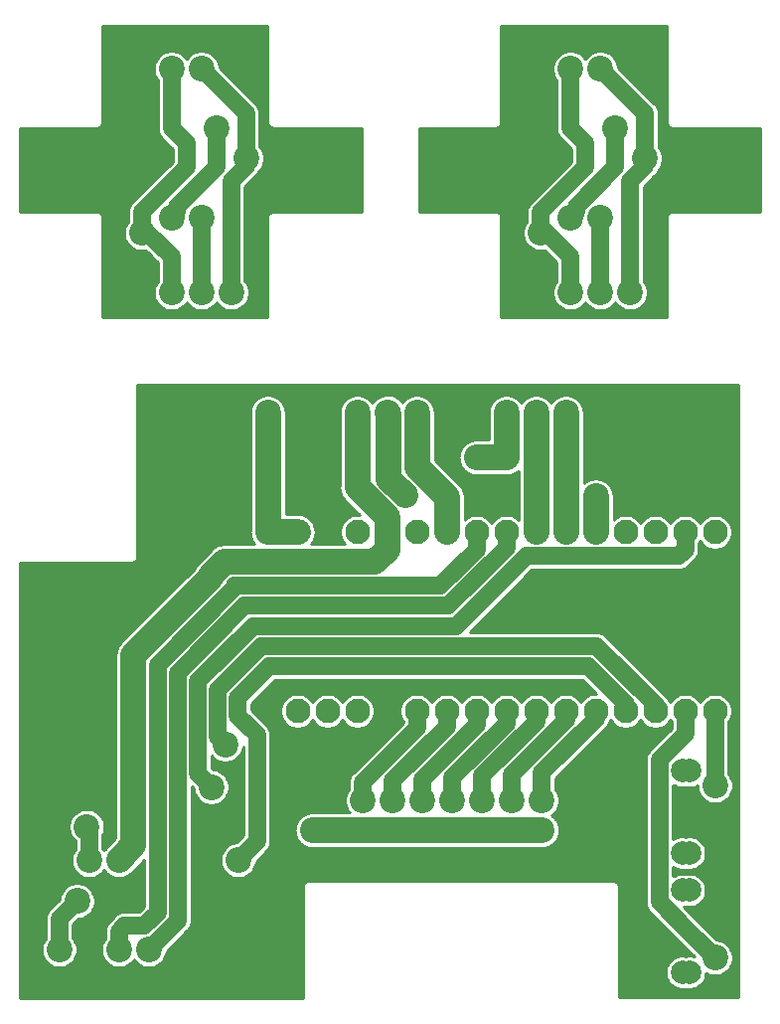
<source format=gbr>
%TF.GenerationSoftware,KiCad,Pcbnew,(5.1.6)-1*%
%TF.CreationDate,2022-12-04T13:23:36-05:00*%
%TF.ProjectId,combined,636f6d62-696e-4656-942e-6b696361645f,rev?*%
%TF.SameCoordinates,Original*%
%TF.FileFunction,Copper,L2,Bot*%
%TF.FilePolarity,Positive*%
%FSLAX46Y46*%
G04 Gerber Fmt 4.6, Leading zero omitted, Abs format (unit mm)*
G04 Created by KiCad (PCBNEW (5.1.6)-1) date 2022-12-04 13:23:36*
%MOMM*%
%LPD*%
G01*
G04 APERTURE LIST*
%TA.AperFunction,ComponentPad*%
%ADD10C,2.200000*%
%TD*%
%TA.AperFunction,ComponentPad*%
%ADD11C,2.100000*%
%TD*%
%TA.AperFunction,ComponentPad*%
%ADD12C,2.000000*%
%TD*%
%TA.AperFunction,ViaPad*%
%ADD13C,6.000000*%
%TD*%
%TA.AperFunction,ViaPad*%
%ADD14C,5.000000*%
%TD*%
%TA.AperFunction,ViaPad*%
%ADD15C,2.200000*%
%TD*%
%TA.AperFunction,Conductor*%
%ADD16C,1.500000*%
%TD*%
%TA.AperFunction,Conductor*%
%ADD17C,2.200000*%
%TD*%
%TA.AperFunction,Conductor*%
%ADD18C,1.000000*%
%TD*%
%TA.AperFunction,Conductor*%
%ADD19C,0.250000*%
%TD*%
G04 APERTURE END LIST*
D10*
%TO.P,D2,2*%
%TO.N,N/C*%
X49890000Y66890000D03*
%TO.P,D2,1*%
X47350000Y66890000D03*
%TD*%
%TO.P,R2,1*%
%TO.N,N/C*%
X51160000Y74510000D03*
%TO.P,R2,2*%
%TO.N,GND*%
X43540000Y74510000D03*
%TD*%
%TO.P,D1,1*%
%TO.N,N/C*%
X47350000Y79590000D03*
%TO.P,D1,2*%
X49890000Y79590000D03*
%TD*%
%TO.P,J1,4*%
%TO.N,N/C*%
X52430000Y60540000D03*
%TO.P,J1,3*%
X49890000Y60540000D03*
%TO.P,J1,2*%
X47350000Y60540000D03*
%TO.P,J1,1*%
%TO.N,GND*%
X44810000Y60540000D03*
%TD*%
%TO.P,R1,2*%
%TO.N,N/C*%
X53700000Y71970000D03*
%TO.P,R1,1*%
%TO.N,GND*%
X46080000Y71970000D03*
%TD*%
%TO.P,C1,2*%
%TO.N,GND*%
X44810000Y63080000D03*
%TO.P,C1,1*%
%TO.N,N/C*%
X44810000Y65620000D03*
%TD*%
%TO.P,D1,2*%
%TO.N,N/C*%
X15890000Y79590000D03*
%TO.P,D1,1*%
X13350000Y79590000D03*
%TD*%
%TO.P,C1,1*%
%TO.N,N/C*%
X10810000Y65620000D03*
%TO.P,C1,2*%
%TO.N,GND*%
X10810000Y63080000D03*
%TD*%
%TO.P,J1,1*%
%TO.N,GND*%
X10810000Y60540000D03*
%TO.P,J1,2*%
%TO.N,N/C*%
X13350000Y60540000D03*
%TO.P,J1,3*%
X15890000Y60540000D03*
%TO.P,J1,4*%
X18430000Y60540000D03*
%TD*%
%TO.P,D2,1*%
%TO.N,N/C*%
X13350000Y66890000D03*
%TO.P,D2,2*%
X15890000Y66890000D03*
%TD*%
%TO.P,R2,2*%
%TO.N,GND*%
X9540000Y74510000D03*
%TO.P,R2,1*%
%TO.N,N/C*%
X17160000Y74510000D03*
%TD*%
%TO.P,R1,1*%
%TO.N,GND*%
X12080000Y71970000D03*
%TO.P,R1,2*%
%TO.N,N/C*%
X19700000Y71970000D03*
%TD*%
D11*
%TO.P,U1,1*%
%TO.N,VIN*%
X24100000Y40140000D03*
%TO.P,U1,2*%
%TO.N,GND*%
X26640000Y40140000D03*
%TO.P,U1,3*%
%TO.N,Net-(U1-Pad3)*%
X29180000Y40140000D03*
%TO.P,U1,4*%
%TO.N,+5V*%
X31720000Y40140000D03*
%TO.P,U1,5*%
%TO.N,Net-(U1-Pad5)*%
X34260000Y40140000D03*
%TO.P,U1,6*%
%TO.N,L_SENS*%
X36800000Y40140000D03*
%TO.P,U1,7*%
%TO.N,SCL*%
X39340000Y40140000D03*
%TO.P,U1,8*%
%TO.N,SDA*%
X41880000Y40140000D03*
%TO.P,U1,9*%
%TO.N,R_IR*%
X44420000Y40140000D03*
%TO.P,U1,10*%
%TO.N,R_SENS*%
X46960000Y40140000D03*
%TO.P,U1,11*%
%TO.N,L_IR*%
X49500000Y40140000D03*
%TO.P,U1,12*%
%TO.N,Net-(U1-Pad12)*%
X52040000Y40140000D03*
%TO.P,U1,13*%
%TO.N,Net-(U1-Pad13)*%
X54580000Y40140000D03*
%TO.P,U1,14*%
%TO.N,+3V3*%
X57120000Y40140000D03*
%TO.P,U1,15*%
%TO.N,Net-(U1-Pad15)*%
X59660000Y40140000D03*
%TO.P,U1,16*%
%TO.N,BUT_2*%
X59660000Y24900000D03*
%TO.P,U1,17*%
%TO.N,BUT_1*%
X57120000Y24900000D03*
%TO.P,U1,18*%
%TO.N,LED*%
X54580000Y24900000D03*
%TO.P,U1,19*%
%TO.N,SWITCH*%
X52040000Y24900000D03*
%TO.P,U1,20*%
%TO.N,FLAG*%
X49500000Y24900000D03*
%TO.P,U1,21*%
%TO.N,WHEEL_4*%
X46960000Y24900000D03*
%TO.P,U1,22*%
%TO.N,WHEEL_3*%
X44420000Y24900000D03*
%TO.P,U1,23*%
%TO.N,WHEEL_2*%
X41880000Y24900000D03*
%TO.P,U1,24*%
%TO.N,WHEEL_1*%
X39340000Y24900000D03*
%TO.P,U1,25*%
%TO.N,LID*%
X36800000Y24900000D03*
%TO.P,U1,26*%
%TO.N,ARM*%
X34260000Y24900000D03*
%TO.P,U1,27*%
%TO.N,GND*%
X31720000Y24900000D03*
%TO.P,U1,28*%
%TO.N,Net-(U1-Pad28)*%
X29180000Y24900000D03*
%TO.P,U1,29*%
%TO.N,Net-(U1-Pad29)*%
X26640000Y24900000D03*
%TO.P,U1,30*%
%TO.N,Net-(U1-Pad30)*%
X24100000Y24900000D03*
%TD*%
D10*
%TO.P,J5,3*%
%TO.N,GND*%
X29650000Y12200000D03*
%TO.P,J5,2*%
%TO.N,VIN*%
X29650000Y14740000D03*
%TO.P,J5,1*%
%TO.N,ARM*%
X29650000Y17280000D03*
%TD*%
%TO.P,J2,4*%
%TO.N,L_SENS*%
X34260000Y50300000D03*
%TO.P,J2,3*%
%TO.N,L_IR*%
X31720000Y50300000D03*
%TO.P,J2,2*%
%TO.N,+5V*%
X29180000Y50300000D03*
%TO.P,J2,1*%
%TO.N,GND*%
X26640000Y50300000D03*
%TD*%
%TO.P,J14,1*%
%TO.N,GND*%
X16480000Y12200000D03*
%TO.P,J14,2*%
%TO.N,SWITCH*%
X19020000Y12200000D03*
%TD*%
%TO.P,J13,1*%
%TO.N,SDA*%
X11400000Y4580000D03*
%TO.P,J13,2*%
%TO.N,SCL*%
X8860000Y4580000D03*
%TO.P,J13,3*%
%TO.N,GND*%
X6320000Y4580000D03*
%TO.P,J13,4*%
%TO.N,+3V3*%
X3780000Y4580000D03*
%TD*%
%TO.P,J12,3*%
%TO.N,GND*%
X3780000Y12200000D03*
%TO.P,J12,2*%
%TO.N,LED*%
X6320000Y12200000D03*
%TO.P,J12,1*%
%TO.N,+5V*%
X8860000Y12200000D03*
%TD*%
%TO.P,J9,3*%
%TO.N,GND*%
X39810000Y12200000D03*
%TO.P,J9,2*%
%TO.N,VIN*%
X39810000Y14740000D03*
%TO.P,J9,1*%
%TO.N,WHEEL_3*%
X39810000Y17280000D03*
%TD*%
%TO.P,J1,1*%
%TO.N,GND*%
X19020000Y50300000D03*
%TO.P,J1,2*%
%TO.N,VIN*%
X21560000Y50300000D03*
%TD*%
D12*
%TO.P,SW1,*%
%TO.N,*%
X57470000Y2630000D03*
D10*
%TO.P,SW1,2*%
%TO.N,BUT_1*%
X59660000Y3890000D03*
%TO.P,SW1,1*%
%TO.N,GND*%
X59660000Y8390000D03*
D12*
%TO.P,SW1,*%
%TO.N,*%
X57470000Y9640000D03*
X56870000Y2630000D03*
X56870000Y9640000D03*
%TD*%
D10*
%TO.P,J10,1*%
%TO.N,WHEEL_4*%
X42350000Y17280000D03*
%TO.P,J10,2*%
%TO.N,VIN*%
X42350000Y14740000D03*
%TO.P,J10,3*%
%TO.N,GND*%
X42350000Y12200000D03*
%TD*%
D12*
%TO.P,SW2,*%
%TO.N,*%
X56870000Y19800000D03*
X56870000Y12790000D03*
X57470000Y19800000D03*
D10*
%TO.P,SW2,1*%
%TO.N,BUT_2*%
X59660000Y18550000D03*
%TO.P,SW2,2*%
%TO.N,GND*%
X59660000Y14050000D03*
D12*
%TO.P,SW2,*%
%TO.N,*%
X57470000Y12790000D03*
%TD*%
D10*
%TO.P,J8,1*%
%TO.N,WHEEL_2*%
X37270000Y17280000D03*
%TO.P,J8,2*%
%TO.N,VIN*%
X37270000Y14740000D03*
%TO.P,J8,3*%
%TO.N,GND*%
X37270000Y12200000D03*
%TD*%
%TO.P,J6,1*%
%TO.N,LID*%
X32190000Y17280000D03*
%TO.P,J6,2*%
%TO.N,VIN*%
X32190000Y14740000D03*
%TO.P,J6,3*%
%TO.N,GND*%
X32190000Y12200000D03*
%TD*%
%TO.P,J3,1*%
%TO.N,GND*%
X39340000Y50300000D03*
%TO.P,J3,2*%
%TO.N,+5V*%
X41880000Y50300000D03*
%TO.P,J3,3*%
%TO.N,R_IR*%
X44420000Y50300000D03*
%TO.P,J3,4*%
%TO.N,R_SENS*%
X46960000Y50300000D03*
%TD*%
%TO.P,J11,1*%
%TO.N,FLAG*%
X44890000Y17280000D03*
%TO.P,J11,2*%
%TO.N,VIN*%
X44890000Y14740000D03*
%TO.P,J11,3*%
%TO.N,GND*%
X44890000Y12200000D03*
%TD*%
%TO.P,J7,3*%
%TO.N,GND*%
X34730000Y12200000D03*
%TO.P,J7,2*%
%TO.N,VIN*%
X34730000Y14740000D03*
%TO.P,J7,1*%
%TO.N,WHEEL_1*%
X34730000Y17280000D03*
%TD*%
D13*
%TO.N,GND*%
X4000000Y71000000D03*
X26000000Y71000000D03*
X60000000Y71000000D03*
X38000000Y71000000D03*
D14*
X15030000Y45050000D03*
X20030000Y5050000D03*
X5030000Y22050000D03*
X50030000Y15050000D03*
X57130000Y48050000D03*
D15*
%TO.N,L_IR*%
X33252063Y43272063D03*
X49500000Y43180000D03*
%TO.N,VIN*%
X25370000Y14740000D03*
X21560000Y40140000D03*
%TO.N,+5V*%
X29180000Y46490000D03*
X39340000Y46490000D03*
%TO.N,LED*%
X6130000Y15050000D03*
X17930000Y22050000D03*
%TO.N,+3V3*%
X16734000Y18423000D03*
X5304000Y8707500D03*
%TD*%
D16*
%TO.N,*%
X15890000Y60540000D02*
X15890000Y66890000D01*
X19700000Y75780000D02*
X15890000Y79590000D01*
X19700000Y71329825D02*
X19700000Y71970000D01*
X18430000Y70059825D02*
X19700000Y71329825D01*
X19700000Y71970000D02*
X19700000Y75780000D01*
X18430000Y60540000D02*
X18430000Y70059825D01*
X13839999Y67379999D02*
X13839999Y67874001D01*
X13350000Y66890000D02*
X13839999Y67379999D01*
X13839999Y67874001D02*
X17160000Y71194002D01*
X17160000Y71194002D02*
X17160000Y74510000D01*
X14620000Y73240000D02*
X13350000Y74510000D01*
X10810000Y67384002D02*
X14620000Y71194002D01*
X14620000Y71194002D02*
X14620000Y73240000D01*
X13350000Y63574002D02*
X11304002Y65620000D01*
X10810000Y66114002D02*
X10810000Y67384002D01*
X13350000Y74510000D02*
X13350000Y79590000D01*
X13350000Y60540000D02*
X13350000Y63574002D01*
X11304002Y65620000D02*
X10810000Y65620000D01*
X47839999Y67874001D02*
X51160000Y71194002D01*
X45304002Y65620000D02*
X44810000Y65620000D01*
X51160000Y71194002D02*
X51160000Y74510000D01*
X48620000Y73240000D02*
X47350000Y74510000D01*
X47350000Y63574002D02*
X45304002Y65620000D01*
X44810000Y66114002D02*
X44810000Y67384002D01*
X47839999Y67379999D02*
X47839999Y67874001D01*
X49890000Y60540000D02*
X49890000Y66890000D01*
X47350000Y74510000D02*
X47350000Y79590000D01*
X53700000Y75780000D02*
X49890000Y79590000D01*
X47350000Y60540000D02*
X47350000Y63574002D01*
X48620000Y71194002D02*
X48620000Y73240000D01*
X44810000Y67384002D02*
X48620000Y71194002D01*
X47350000Y66890000D02*
X47839999Y67379999D01*
X52430000Y70059825D02*
X53700000Y71329825D01*
X53700000Y71970000D02*
X53700000Y75780000D01*
X53700000Y71329825D02*
X53700000Y71970000D01*
X52430000Y60540000D02*
X52430000Y70059825D01*
D17*
%TO.N,L_IR*%
X31859990Y50220010D02*
X31859990Y44664136D01*
X31720000Y50300000D02*
X31780000Y50300000D01*
X31780000Y50300000D02*
X31859990Y50220010D01*
X31859990Y44664136D02*
X33252063Y43272063D01*
X33252063Y43272063D02*
X33252063Y43272063D01*
X49500000Y40140000D02*
X49500000Y43180000D01*
X49500000Y43180000D02*
X49500000Y43180000D01*
%TO.N,L_SENS*%
X34260000Y50300000D02*
X34260000Y45658252D01*
X34260000Y45658252D02*
X36800000Y43118252D01*
X36800000Y43118252D02*
X36800000Y40140000D01*
%TO.N,R_IR*%
X44420000Y50300000D02*
X44420000Y40140000D01*
%TO.N,R_SENS*%
X46960000Y50300000D02*
X46960000Y40140000D01*
D16*
%TO.N,ARM*%
X29650000Y17280000D02*
X29650000Y18835634D01*
D18*
X29650000Y17280000D02*
X29650000Y17322930D01*
D16*
X29650000Y18835634D02*
X34260000Y23445634D01*
X34260000Y23445634D02*
X34260000Y24900000D01*
%TO.N,LID*%
X32190000Y17280000D02*
X32190000Y18971458D01*
X32190000Y18971458D02*
X36800000Y23581458D01*
X36800000Y23581458D02*
X36800000Y24900000D01*
%TO.N,WHEEL_1*%
X39340000Y23717282D02*
X39340000Y24900000D01*
X34730000Y17280000D02*
X34730000Y19107282D01*
X34730000Y19107282D02*
X39340000Y23717282D01*
%TO.N,WHEEL_2*%
X37270000Y17280000D02*
X37270000Y19243106D01*
X41880000Y23853106D02*
X41880000Y24900000D01*
D18*
X37270000Y17280000D02*
X37270000Y17404002D01*
D16*
X37270000Y19243106D02*
X41880000Y23853106D01*
D18*
%TO.N,WHEEL_3*%
X44420000Y24900000D02*
X44420000Y24265000D01*
X39810000Y17322930D02*
X39810000Y17280000D01*
D16*
X44420000Y23988930D02*
X44420000Y24900000D01*
X39810000Y19378930D02*
X44420000Y23988930D01*
X39810000Y17280000D02*
X39810000Y19378930D01*
%TO.N,WHEEL_4*%
X42350000Y17280000D02*
X42350000Y19514754D01*
X42350000Y19514754D02*
X46960000Y24124754D01*
X46960000Y24124754D02*
X46960000Y24900000D01*
%TO.N,FLAG*%
X49500000Y24260578D02*
X49500000Y24900000D01*
X44890000Y17280000D02*
X44890000Y19650578D01*
D18*
X44801000Y17369000D02*
X44890000Y17280000D01*
D16*
X44890000Y19650578D02*
X49500000Y24260578D01*
%TO.N,BUT_1*%
X57120000Y24900000D02*
X57120000Y24392000D01*
X59660000Y3890000D02*
X57446000Y6104000D01*
X57120000Y24900000D02*
X57120000Y22936002D01*
X54919999Y20736001D02*
X54919999Y8630001D01*
X57120000Y22936002D02*
X54919999Y20736001D01*
X54919999Y8630001D02*
X57446000Y6104000D01*
%TO.N,BUT_2*%
X59660000Y24900000D02*
X59660000Y18550000D01*
%TO.N,Net-(U1-Pad12)*%
X52040000Y40435998D02*
X52040000Y40140000D01*
D17*
%TO.N,VIN*%
X44890000Y14740000D02*
X25370000Y14740000D01*
X21560000Y40140000D02*
X21560000Y40140000D01*
X25370000Y14740000D02*
X25370000Y14740000D01*
X24100000Y40140000D02*
X21560000Y40140000D01*
X21560000Y40140000D02*
X21560000Y50300000D01*
%TO.N,+5V*%
X41880000Y46490000D02*
X39340000Y46490000D01*
X16697980Y36399131D02*
X16697980Y36263308D01*
X30664924Y37600000D02*
X31720000Y38655076D01*
X41880000Y50300000D02*
X41880000Y46490000D01*
X10126480Y29691809D02*
X10126480Y13466480D01*
X17898849Y37600000D02*
X16697980Y36399131D01*
X31720000Y38655076D02*
X31720000Y40140000D01*
X10126480Y13466480D02*
X8860000Y12200000D01*
X17898849Y37600000D02*
X30664924Y37600000D01*
X16697980Y36263308D02*
X10126480Y29691809D01*
X29180000Y47760000D02*
X29180000Y43950000D01*
X29180000Y50300000D02*
X29180000Y47760000D01*
X29180000Y43950000D02*
X31720000Y41410000D01*
X31720000Y41410000D02*
X31720000Y40140000D01*
D16*
%TO.N,LED*%
X21052000Y30449960D02*
X20996312Y30449960D01*
X20996312Y30449960D02*
X17276520Y26730168D01*
X54580000Y25408000D02*
X54580000Y24900000D01*
X21052000Y30449960D02*
X49538040Y30449960D01*
X49538040Y30449960D02*
X54580000Y25408000D01*
X17276520Y26730168D02*
X17276520Y22703480D01*
X17276520Y22703480D02*
X17930000Y22050000D01*
X17930000Y22050000D02*
X17930000Y22050000D01*
X6320000Y14860000D02*
X6130000Y15050000D01*
X6320000Y12200000D02*
X6320000Y14860000D01*
%TO.N,SDA*%
X13876500Y7056500D02*
X11400000Y4580000D01*
X41880000Y38790899D02*
X36939081Y33849980D01*
X41880000Y40140000D02*
X41880000Y38790899D01*
X13876500Y28138501D02*
X13876500Y7056500D01*
X19587979Y33849980D02*
X13876500Y28138501D01*
X36939081Y33849980D02*
X19587979Y33849980D01*
%TO.N,SCL*%
X18747990Y35549990D02*
X18747990Y35414168D01*
X12176490Y7760666D02*
X11045825Y6630001D01*
X8860000Y5074002D02*
X8860000Y4580000D01*
X18747990Y35414168D02*
X12176490Y28842668D01*
X36234914Y35549990D02*
X18747990Y35549990D01*
X39340000Y38655076D02*
X36234914Y35549990D01*
X9354367Y6630001D02*
X8860000Y6135634D01*
X8860000Y6135634D02*
X8860000Y4580000D01*
X11045825Y6630001D02*
X9354367Y6630001D01*
X12176490Y28842668D02*
X12176490Y7760666D01*
X39340000Y40140000D02*
X39340000Y38655076D01*
%TO.N,+3V3*%
X20292146Y32149970D02*
X15650088Y27507913D01*
X56554914Y38089990D02*
X57120000Y38655076D01*
X20292146Y32149970D02*
X37643248Y32149970D01*
X57120000Y38655076D02*
X57120000Y40140000D01*
X43583268Y38089990D02*
X56554914Y38089990D01*
X3780000Y4580000D02*
X3780000Y7183500D01*
X15576510Y19580490D02*
X16734000Y18423000D01*
X15650088Y27507913D02*
X15576510Y27434335D01*
X15576510Y27434335D02*
X15576510Y19580490D01*
X16734000Y18423000D02*
X16734000Y18423000D01*
X3780000Y7183500D02*
X5304000Y8707500D01*
X37643248Y32149970D02*
X43583268Y38089990D01*
X5304000Y8707500D02*
X5304000Y8707500D01*
%TO.N,SWITCH*%
X52040000Y25320002D02*
X52040000Y24900000D01*
X20630000Y13810000D02*
X19020000Y12200000D01*
X48833874Y28749950D02*
X21700478Y28749950D01*
X20630000Y22850000D02*
X20630000Y13810000D01*
X18976530Y26026002D02*
X18976530Y24503470D01*
X18976530Y24503470D02*
X20630000Y22850000D01*
X52040000Y24900000D02*
X52040000Y25543824D01*
X52040000Y25543824D02*
X48833874Y28749950D01*
X21700478Y28749950D02*
X18976530Y26026002D01*
%TD*%
D19*
%TO.N,GND*%
G36*
X21550001Y75022115D02*
G01*
X21547823Y75000000D01*
X21556511Y74911785D01*
X21582243Y74826959D01*
X21624029Y74748784D01*
X21680263Y74680263D01*
X21748784Y74624029D01*
X21826959Y74582243D01*
X21911785Y74556511D01*
X21977895Y74550000D01*
X21977896Y74550000D01*
X22000000Y74547823D01*
X22022105Y74550000D01*
X29550000Y74550000D01*
X29550001Y67450000D01*
X22022104Y67450000D01*
X22000000Y67452177D01*
X21977895Y67450000D01*
X21911785Y67443489D01*
X21826959Y67417757D01*
X21748784Y67375971D01*
X21680263Y67319737D01*
X21624029Y67251216D01*
X21582243Y67173041D01*
X21556511Y67088215D01*
X21547823Y67000000D01*
X21550000Y66977896D01*
X21550001Y58450000D01*
X7450000Y58450000D01*
X7450000Y65770199D01*
X9285000Y65770199D01*
X9285000Y65469801D01*
X9343605Y65175174D01*
X9458562Y64897642D01*
X9625455Y64647869D01*
X9837869Y64435455D01*
X10087642Y64268562D01*
X10365174Y64153605D01*
X10659801Y64095000D01*
X10960199Y64095000D01*
X11132941Y64129361D01*
X12175001Y63087300D01*
X12175000Y61521676D01*
X12165455Y61512131D01*
X11998562Y61262358D01*
X11883605Y60984826D01*
X11825000Y60690199D01*
X11825000Y60389801D01*
X11883605Y60095174D01*
X11998562Y59817642D01*
X12165455Y59567869D01*
X12377869Y59355455D01*
X12627642Y59188562D01*
X12905174Y59073605D01*
X13199801Y59015000D01*
X13500199Y59015000D01*
X13794826Y59073605D01*
X14072358Y59188562D01*
X14322131Y59355455D01*
X14534545Y59567869D01*
X14620000Y59695761D01*
X14705455Y59567869D01*
X14917869Y59355455D01*
X15167642Y59188562D01*
X15445174Y59073605D01*
X15739801Y59015000D01*
X16040199Y59015000D01*
X16334826Y59073605D01*
X16612358Y59188562D01*
X16862131Y59355455D01*
X17074545Y59567869D01*
X17160000Y59695761D01*
X17245455Y59567869D01*
X17457869Y59355455D01*
X17707642Y59188562D01*
X17985174Y59073605D01*
X18279801Y59015000D01*
X18580199Y59015000D01*
X18874826Y59073605D01*
X19152358Y59188562D01*
X19402131Y59355455D01*
X19614545Y59567869D01*
X19781438Y59817642D01*
X19896395Y60095174D01*
X19955000Y60389801D01*
X19955000Y60690199D01*
X19896395Y60984826D01*
X19781438Y61262358D01*
X19614545Y61512131D01*
X19605000Y61521676D01*
X19605000Y69573125D01*
X20490040Y70458164D01*
X20534870Y70494955D01*
X20681704Y70673872D01*
X20790811Y70877996D01*
X20802193Y70915517D01*
X20884545Y70997869D01*
X21051438Y71247642D01*
X21166395Y71525174D01*
X21225000Y71819801D01*
X21225000Y72120199D01*
X21166395Y72414826D01*
X21051438Y72692358D01*
X20884545Y72942131D01*
X20875000Y72951676D01*
X20875000Y75722288D01*
X20880684Y75780000D01*
X20875000Y75837712D01*
X20875000Y75837720D01*
X20857998Y76010340D01*
X20790811Y76231829D01*
X20681704Y76435953D01*
X20534870Y76614870D01*
X20490039Y76651662D01*
X17415000Y79726700D01*
X17415000Y79740199D01*
X17356395Y80034826D01*
X17241438Y80312358D01*
X17074545Y80562131D01*
X16862131Y80774545D01*
X16612358Y80941438D01*
X16334826Y81056395D01*
X16040199Y81115000D01*
X15739801Y81115000D01*
X15445174Y81056395D01*
X15167642Y80941438D01*
X14917869Y80774545D01*
X14705455Y80562131D01*
X14620000Y80434239D01*
X14534545Y80562131D01*
X14322131Y80774545D01*
X14072358Y80941438D01*
X13794826Y81056395D01*
X13500199Y81115000D01*
X13199801Y81115000D01*
X12905174Y81056395D01*
X12627642Y80941438D01*
X12377869Y80774545D01*
X12165455Y80562131D01*
X11998562Y80312358D01*
X11883605Y80034826D01*
X11825000Y79740199D01*
X11825000Y79439801D01*
X11883605Y79145174D01*
X11998562Y78867642D01*
X12165455Y78617869D01*
X12175001Y78608323D01*
X12175000Y74567712D01*
X12169316Y74510000D01*
X12175000Y74452288D01*
X12175000Y74452281D01*
X12192002Y74279661D01*
X12259189Y74058172D01*
X12368296Y73854048D01*
X12515130Y73675130D01*
X12559966Y73638334D01*
X13445001Y72753299D01*
X13445000Y71680703D01*
X10019962Y68255664D01*
X9975131Y68218872D01*
X9938339Y68174041D01*
X9938336Y68174038D01*
X9834898Y68047998D01*
X9828297Y68039955D01*
X9719189Y67835831D01*
X9652002Y67614342D01*
X9635000Y67441722D01*
X9635000Y67441714D01*
X9629316Y67384002D01*
X9635000Y67326290D01*
X9635000Y66601676D01*
X9625455Y66592131D01*
X9458562Y66342358D01*
X9343605Y66064826D01*
X9285000Y65770199D01*
X7450000Y65770199D01*
X7450000Y66977896D01*
X7452177Y67000000D01*
X7443489Y67088215D01*
X7417757Y67173041D01*
X7375971Y67251216D01*
X7319737Y67319737D01*
X7251216Y67375971D01*
X7173041Y67417757D01*
X7088215Y67443489D01*
X7022105Y67450000D01*
X7000000Y67452177D01*
X6977896Y67450000D01*
X450000Y67450000D01*
X450000Y74550000D01*
X6977895Y74550000D01*
X7000000Y74547823D01*
X7022104Y74550000D01*
X7022105Y74550000D01*
X7088215Y74556511D01*
X7173041Y74582243D01*
X7251216Y74624029D01*
X7319737Y74680263D01*
X7375971Y74748784D01*
X7417757Y74826959D01*
X7443489Y74911785D01*
X7452177Y75000000D01*
X7450000Y75022105D01*
X7450000Y83275000D01*
X21550000Y83275000D01*
X21550001Y75022115D01*
G37*
X21550001Y75022115D02*
X21547823Y75000000D01*
X21556511Y74911785D01*
X21582243Y74826959D01*
X21624029Y74748784D01*
X21680263Y74680263D01*
X21748784Y74624029D01*
X21826959Y74582243D01*
X21911785Y74556511D01*
X21977895Y74550000D01*
X21977896Y74550000D01*
X22000000Y74547823D01*
X22022105Y74550000D01*
X29550000Y74550000D01*
X29550001Y67450000D01*
X22022104Y67450000D01*
X22000000Y67452177D01*
X21977895Y67450000D01*
X21911785Y67443489D01*
X21826959Y67417757D01*
X21748784Y67375971D01*
X21680263Y67319737D01*
X21624029Y67251216D01*
X21582243Y67173041D01*
X21556511Y67088215D01*
X21547823Y67000000D01*
X21550000Y66977896D01*
X21550001Y58450000D01*
X7450000Y58450000D01*
X7450000Y65770199D01*
X9285000Y65770199D01*
X9285000Y65469801D01*
X9343605Y65175174D01*
X9458562Y64897642D01*
X9625455Y64647869D01*
X9837869Y64435455D01*
X10087642Y64268562D01*
X10365174Y64153605D01*
X10659801Y64095000D01*
X10960199Y64095000D01*
X11132941Y64129361D01*
X12175001Y63087300D01*
X12175000Y61521676D01*
X12165455Y61512131D01*
X11998562Y61262358D01*
X11883605Y60984826D01*
X11825000Y60690199D01*
X11825000Y60389801D01*
X11883605Y60095174D01*
X11998562Y59817642D01*
X12165455Y59567869D01*
X12377869Y59355455D01*
X12627642Y59188562D01*
X12905174Y59073605D01*
X13199801Y59015000D01*
X13500199Y59015000D01*
X13794826Y59073605D01*
X14072358Y59188562D01*
X14322131Y59355455D01*
X14534545Y59567869D01*
X14620000Y59695761D01*
X14705455Y59567869D01*
X14917869Y59355455D01*
X15167642Y59188562D01*
X15445174Y59073605D01*
X15739801Y59015000D01*
X16040199Y59015000D01*
X16334826Y59073605D01*
X16612358Y59188562D01*
X16862131Y59355455D01*
X17074545Y59567869D01*
X17160000Y59695761D01*
X17245455Y59567869D01*
X17457869Y59355455D01*
X17707642Y59188562D01*
X17985174Y59073605D01*
X18279801Y59015000D01*
X18580199Y59015000D01*
X18874826Y59073605D01*
X19152358Y59188562D01*
X19402131Y59355455D01*
X19614545Y59567869D01*
X19781438Y59817642D01*
X19896395Y60095174D01*
X19955000Y60389801D01*
X19955000Y60690199D01*
X19896395Y60984826D01*
X19781438Y61262358D01*
X19614545Y61512131D01*
X19605000Y61521676D01*
X19605000Y69573125D01*
X20490040Y70458164D01*
X20534870Y70494955D01*
X20681704Y70673872D01*
X20790811Y70877996D01*
X20802193Y70915517D01*
X20884545Y70997869D01*
X21051438Y71247642D01*
X21166395Y71525174D01*
X21225000Y71819801D01*
X21225000Y72120199D01*
X21166395Y72414826D01*
X21051438Y72692358D01*
X20884545Y72942131D01*
X20875000Y72951676D01*
X20875000Y75722288D01*
X20880684Y75780000D01*
X20875000Y75837712D01*
X20875000Y75837720D01*
X20857998Y76010340D01*
X20790811Y76231829D01*
X20681704Y76435953D01*
X20534870Y76614870D01*
X20490039Y76651662D01*
X17415000Y79726700D01*
X17415000Y79740199D01*
X17356395Y80034826D01*
X17241438Y80312358D01*
X17074545Y80562131D01*
X16862131Y80774545D01*
X16612358Y80941438D01*
X16334826Y81056395D01*
X16040199Y81115000D01*
X15739801Y81115000D01*
X15445174Y81056395D01*
X15167642Y80941438D01*
X14917869Y80774545D01*
X14705455Y80562131D01*
X14620000Y80434239D01*
X14534545Y80562131D01*
X14322131Y80774545D01*
X14072358Y80941438D01*
X13794826Y81056395D01*
X13500199Y81115000D01*
X13199801Y81115000D01*
X12905174Y81056395D01*
X12627642Y80941438D01*
X12377869Y80774545D01*
X12165455Y80562131D01*
X11998562Y80312358D01*
X11883605Y80034826D01*
X11825000Y79740199D01*
X11825000Y79439801D01*
X11883605Y79145174D01*
X11998562Y78867642D01*
X12165455Y78617869D01*
X12175001Y78608323D01*
X12175000Y74567712D01*
X12169316Y74510000D01*
X12175000Y74452288D01*
X12175000Y74452281D01*
X12192002Y74279661D01*
X12259189Y74058172D01*
X12368296Y73854048D01*
X12515130Y73675130D01*
X12559966Y73638334D01*
X13445001Y72753299D01*
X13445000Y71680703D01*
X10019962Y68255664D01*
X9975131Y68218872D01*
X9938339Y68174041D01*
X9938336Y68174038D01*
X9834898Y68047998D01*
X9828297Y68039955D01*
X9719189Y67835831D01*
X9652002Y67614342D01*
X9635000Y67441722D01*
X9635000Y67441714D01*
X9629316Y67384002D01*
X9635000Y67326290D01*
X9635000Y66601676D01*
X9625455Y66592131D01*
X9458562Y66342358D01*
X9343605Y66064826D01*
X9285000Y65770199D01*
X7450000Y65770199D01*
X7450000Y66977896D01*
X7452177Y67000000D01*
X7443489Y67088215D01*
X7417757Y67173041D01*
X7375971Y67251216D01*
X7319737Y67319737D01*
X7251216Y67375971D01*
X7173041Y67417757D01*
X7088215Y67443489D01*
X7022105Y67450000D01*
X7000000Y67452177D01*
X6977896Y67450000D01*
X450000Y67450000D01*
X450000Y74550000D01*
X6977895Y74550000D01*
X7000000Y74547823D01*
X7022104Y74550000D01*
X7022105Y74550000D01*
X7088215Y74556511D01*
X7173041Y74582243D01*
X7251216Y74624029D01*
X7319737Y74680263D01*
X7375971Y74748784D01*
X7417757Y74826959D01*
X7443489Y74911785D01*
X7452177Y75000000D01*
X7450000Y75022105D01*
X7450000Y83275000D01*
X21550000Y83275000D01*
X21550001Y75022115D01*
G36*
X55550001Y75022115D02*
G01*
X55547823Y75000000D01*
X55556511Y74911785D01*
X55582243Y74826959D01*
X55624029Y74748784D01*
X55680263Y74680263D01*
X55748784Y74624029D01*
X55826959Y74582243D01*
X55911785Y74556511D01*
X55977895Y74550000D01*
X55977896Y74550000D01*
X56000000Y74547823D01*
X56022105Y74550000D01*
X63550000Y74550000D01*
X63550001Y67450000D01*
X56022104Y67450000D01*
X56000000Y67452177D01*
X55977895Y67450000D01*
X55911785Y67443489D01*
X55826959Y67417757D01*
X55748784Y67375971D01*
X55680263Y67319737D01*
X55624029Y67251216D01*
X55582243Y67173041D01*
X55556511Y67088215D01*
X55547823Y67000000D01*
X55550000Y66977896D01*
X55550001Y58450000D01*
X41450000Y58450000D01*
X41450000Y65770199D01*
X43285000Y65770199D01*
X43285000Y65469801D01*
X43343605Y65175174D01*
X43458562Y64897642D01*
X43625455Y64647869D01*
X43837869Y64435455D01*
X44087642Y64268562D01*
X44365174Y64153605D01*
X44659801Y64095000D01*
X44960199Y64095000D01*
X45132941Y64129361D01*
X46175001Y63087300D01*
X46175000Y61521676D01*
X46165455Y61512131D01*
X45998562Y61262358D01*
X45883605Y60984826D01*
X45825000Y60690199D01*
X45825000Y60389801D01*
X45883605Y60095174D01*
X45998562Y59817642D01*
X46165455Y59567869D01*
X46377869Y59355455D01*
X46627642Y59188562D01*
X46905174Y59073605D01*
X47199801Y59015000D01*
X47500199Y59015000D01*
X47794826Y59073605D01*
X48072358Y59188562D01*
X48322131Y59355455D01*
X48534545Y59567869D01*
X48620000Y59695761D01*
X48705455Y59567869D01*
X48917869Y59355455D01*
X49167642Y59188562D01*
X49445174Y59073605D01*
X49739801Y59015000D01*
X50040199Y59015000D01*
X50334826Y59073605D01*
X50612358Y59188562D01*
X50862131Y59355455D01*
X51074545Y59567869D01*
X51160000Y59695761D01*
X51245455Y59567869D01*
X51457869Y59355455D01*
X51707642Y59188562D01*
X51985174Y59073605D01*
X52279801Y59015000D01*
X52580199Y59015000D01*
X52874826Y59073605D01*
X53152358Y59188562D01*
X53402131Y59355455D01*
X53614545Y59567869D01*
X53781438Y59817642D01*
X53896395Y60095174D01*
X53955000Y60389801D01*
X53955000Y60690199D01*
X53896395Y60984826D01*
X53781438Y61262358D01*
X53614545Y61512131D01*
X53605000Y61521676D01*
X53605000Y69573125D01*
X54490040Y70458164D01*
X54534870Y70494955D01*
X54681704Y70673872D01*
X54790811Y70877996D01*
X54802193Y70915517D01*
X54884545Y70997869D01*
X55051438Y71247642D01*
X55166395Y71525174D01*
X55225000Y71819801D01*
X55225000Y72120199D01*
X55166395Y72414826D01*
X55051438Y72692358D01*
X54884545Y72942131D01*
X54875000Y72951676D01*
X54875000Y75722288D01*
X54880684Y75780000D01*
X54875000Y75837712D01*
X54875000Y75837720D01*
X54857998Y76010340D01*
X54790811Y76231829D01*
X54681704Y76435953D01*
X54534870Y76614870D01*
X54490039Y76651662D01*
X51415000Y79726700D01*
X51415000Y79740199D01*
X51356395Y80034826D01*
X51241438Y80312358D01*
X51074545Y80562131D01*
X50862131Y80774545D01*
X50612358Y80941438D01*
X50334826Y81056395D01*
X50040199Y81115000D01*
X49739801Y81115000D01*
X49445174Y81056395D01*
X49167642Y80941438D01*
X48917869Y80774545D01*
X48705455Y80562131D01*
X48620000Y80434239D01*
X48534545Y80562131D01*
X48322131Y80774545D01*
X48072358Y80941438D01*
X47794826Y81056395D01*
X47500199Y81115000D01*
X47199801Y81115000D01*
X46905174Y81056395D01*
X46627642Y80941438D01*
X46377869Y80774545D01*
X46165455Y80562131D01*
X45998562Y80312358D01*
X45883605Y80034826D01*
X45825000Y79740199D01*
X45825000Y79439801D01*
X45883605Y79145174D01*
X45998562Y78867642D01*
X46165455Y78617869D01*
X46175001Y78608323D01*
X46175000Y74567712D01*
X46169316Y74510000D01*
X46175000Y74452288D01*
X46175000Y74452281D01*
X46192002Y74279661D01*
X46259189Y74058172D01*
X46368296Y73854048D01*
X46515130Y73675130D01*
X46559966Y73638334D01*
X47445001Y72753299D01*
X47445000Y71680703D01*
X44019962Y68255664D01*
X43975131Y68218872D01*
X43938339Y68174041D01*
X43938336Y68174038D01*
X43834898Y68047998D01*
X43828297Y68039955D01*
X43719189Y67835831D01*
X43652002Y67614342D01*
X43635000Y67441722D01*
X43635000Y67441714D01*
X43629316Y67384002D01*
X43635000Y67326290D01*
X43635000Y66601676D01*
X43625455Y66592131D01*
X43458562Y66342358D01*
X43343605Y66064826D01*
X43285000Y65770199D01*
X41450000Y65770199D01*
X41450000Y66977896D01*
X41452177Y67000000D01*
X41443489Y67088215D01*
X41417757Y67173041D01*
X41375971Y67251216D01*
X41319737Y67319737D01*
X41251216Y67375971D01*
X41173041Y67417757D01*
X41088215Y67443489D01*
X41022105Y67450000D01*
X41000000Y67452177D01*
X40977896Y67450000D01*
X34450000Y67450000D01*
X34450000Y74550000D01*
X40977895Y74550000D01*
X41000000Y74547823D01*
X41022104Y74550000D01*
X41022105Y74550000D01*
X41088215Y74556511D01*
X41173041Y74582243D01*
X41251216Y74624029D01*
X41319737Y74680263D01*
X41375971Y74748784D01*
X41417757Y74826959D01*
X41443489Y74911785D01*
X41452177Y75000000D01*
X41450000Y75022105D01*
X41450000Y83275000D01*
X55550000Y83275000D01*
X55550001Y75022115D01*
G37*
X55550001Y75022115D02*
X55547823Y75000000D01*
X55556511Y74911785D01*
X55582243Y74826959D01*
X55624029Y74748784D01*
X55680263Y74680263D01*
X55748784Y74624029D01*
X55826959Y74582243D01*
X55911785Y74556511D01*
X55977895Y74550000D01*
X55977896Y74550000D01*
X56000000Y74547823D01*
X56022105Y74550000D01*
X63550000Y74550000D01*
X63550001Y67450000D01*
X56022104Y67450000D01*
X56000000Y67452177D01*
X55977895Y67450000D01*
X55911785Y67443489D01*
X55826959Y67417757D01*
X55748784Y67375971D01*
X55680263Y67319737D01*
X55624029Y67251216D01*
X55582243Y67173041D01*
X55556511Y67088215D01*
X55547823Y67000000D01*
X55550000Y66977896D01*
X55550001Y58450000D01*
X41450000Y58450000D01*
X41450000Y65770199D01*
X43285000Y65770199D01*
X43285000Y65469801D01*
X43343605Y65175174D01*
X43458562Y64897642D01*
X43625455Y64647869D01*
X43837869Y64435455D01*
X44087642Y64268562D01*
X44365174Y64153605D01*
X44659801Y64095000D01*
X44960199Y64095000D01*
X45132941Y64129361D01*
X46175001Y63087300D01*
X46175000Y61521676D01*
X46165455Y61512131D01*
X45998562Y61262358D01*
X45883605Y60984826D01*
X45825000Y60690199D01*
X45825000Y60389801D01*
X45883605Y60095174D01*
X45998562Y59817642D01*
X46165455Y59567869D01*
X46377869Y59355455D01*
X46627642Y59188562D01*
X46905174Y59073605D01*
X47199801Y59015000D01*
X47500199Y59015000D01*
X47794826Y59073605D01*
X48072358Y59188562D01*
X48322131Y59355455D01*
X48534545Y59567869D01*
X48620000Y59695761D01*
X48705455Y59567869D01*
X48917869Y59355455D01*
X49167642Y59188562D01*
X49445174Y59073605D01*
X49739801Y59015000D01*
X50040199Y59015000D01*
X50334826Y59073605D01*
X50612358Y59188562D01*
X50862131Y59355455D01*
X51074545Y59567869D01*
X51160000Y59695761D01*
X51245455Y59567869D01*
X51457869Y59355455D01*
X51707642Y59188562D01*
X51985174Y59073605D01*
X52279801Y59015000D01*
X52580199Y59015000D01*
X52874826Y59073605D01*
X53152358Y59188562D01*
X53402131Y59355455D01*
X53614545Y59567869D01*
X53781438Y59817642D01*
X53896395Y60095174D01*
X53955000Y60389801D01*
X53955000Y60690199D01*
X53896395Y60984826D01*
X53781438Y61262358D01*
X53614545Y61512131D01*
X53605000Y61521676D01*
X53605000Y69573125D01*
X54490040Y70458164D01*
X54534870Y70494955D01*
X54681704Y70673872D01*
X54790811Y70877996D01*
X54802193Y70915517D01*
X54884545Y70997869D01*
X55051438Y71247642D01*
X55166395Y71525174D01*
X55225000Y71819801D01*
X55225000Y72120199D01*
X55166395Y72414826D01*
X55051438Y72692358D01*
X54884545Y72942131D01*
X54875000Y72951676D01*
X54875000Y75722288D01*
X54880684Y75780000D01*
X54875000Y75837712D01*
X54875000Y75837720D01*
X54857998Y76010340D01*
X54790811Y76231829D01*
X54681704Y76435953D01*
X54534870Y76614870D01*
X54490039Y76651662D01*
X51415000Y79726700D01*
X51415000Y79740199D01*
X51356395Y80034826D01*
X51241438Y80312358D01*
X51074545Y80562131D01*
X50862131Y80774545D01*
X50612358Y80941438D01*
X50334826Y81056395D01*
X50040199Y81115000D01*
X49739801Y81115000D01*
X49445174Y81056395D01*
X49167642Y80941438D01*
X48917869Y80774545D01*
X48705455Y80562131D01*
X48620000Y80434239D01*
X48534545Y80562131D01*
X48322131Y80774545D01*
X48072358Y80941438D01*
X47794826Y81056395D01*
X47500199Y81115000D01*
X47199801Y81115000D01*
X46905174Y81056395D01*
X46627642Y80941438D01*
X46377869Y80774545D01*
X46165455Y80562131D01*
X45998562Y80312358D01*
X45883605Y80034826D01*
X45825000Y79740199D01*
X45825000Y79439801D01*
X45883605Y79145174D01*
X45998562Y78867642D01*
X46165455Y78617869D01*
X46175001Y78608323D01*
X46175000Y74567712D01*
X46169316Y74510000D01*
X46175000Y74452288D01*
X46175000Y74452281D01*
X46192002Y74279661D01*
X46259189Y74058172D01*
X46368296Y73854048D01*
X46515130Y73675130D01*
X46559966Y73638334D01*
X47445001Y72753299D01*
X47445000Y71680703D01*
X44019962Y68255664D01*
X43975131Y68218872D01*
X43938339Y68174041D01*
X43938336Y68174038D01*
X43834898Y68047998D01*
X43828297Y68039955D01*
X43719189Y67835831D01*
X43652002Y67614342D01*
X43635000Y67441722D01*
X43635000Y67441714D01*
X43629316Y67384002D01*
X43635000Y67326290D01*
X43635000Y66601676D01*
X43625455Y66592131D01*
X43458562Y66342358D01*
X43343605Y66064826D01*
X43285000Y65770199D01*
X41450000Y65770199D01*
X41450000Y66977896D01*
X41452177Y67000000D01*
X41443489Y67088215D01*
X41417757Y67173041D01*
X41375971Y67251216D01*
X41319737Y67319737D01*
X41251216Y67375971D01*
X41173041Y67417757D01*
X41088215Y67443489D01*
X41022105Y67450000D01*
X41000000Y67452177D01*
X40977896Y67450000D01*
X34450000Y67450000D01*
X34450000Y74550000D01*
X40977895Y74550000D01*
X41000000Y74547823D01*
X41022104Y74550000D01*
X41022105Y74550000D01*
X41088215Y74556511D01*
X41173041Y74582243D01*
X41251216Y74624029D01*
X41319737Y74680263D01*
X41375971Y74748784D01*
X41417757Y74826959D01*
X41443489Y74911785D01*
X41452177Y75000000D01*
X41450000Y75022105D01*
X41450000Y83275000D01*
X55550000Y83275000D01*
X55550001Y75022115D01*
G36*
X61680000Y550000D02*
G01*
X51450000Y550000D01*
X51450000Y9977895D01*
X51452177Y10000000D01*
X51443489Y10088215D01*
X51417757Y10173041D01*
X51375971Y10251216D01*
X51319737Y10319737D01*
X51251216Y10375971D01*
X51173041Y10417757D01*
X51088215Y10443489D01*
X51022105Y10450000D01*
X51022104Y10450000D01*
X51000000Y10452177D01*
X50977895Y10450000D01*
X25052105Y10450000D01*
X25030000Y10452177D01*
X25007896Y10450000D01*
X25007895Y10450000D01*
X24941785Y10443489D01*
X24856959Y10417757D01*
X24778784Y10375971D01*
X24710263Y10319737D01*
X24654029Y10251216D01*
X24612243Y10173041D01*
X24586511Y10088215D01*
X24577823Y10000000D01*
X24580001Y9977885D01*
X24580000Y450000D01*
X450000Y450000D01*
X450000Y4730199D01*
X2255000Y4730199D01*
X2255000Y4429801D01*
X2313605Y4135174D01*
X2428562Y3857642D01*
X2595455Y3607869D01*
X2807869Y3395455D01*
X3057642Y3228562D01*
X3335174Y3113605D01*
X3629801Y3055000D01*
X3930199Y3055000D01*
X4224826Y3113605D01*
X4502358Y3228562D01*
X4752131Y3395455D01*
X4964545Y3607869D01*
X5131438Y3857642D01*
X5246395Y4135174D01*
X5305000Y4429801D01*
X5305000Y4730199D01*
X5246395Y5024826D01*
X5131438Y5302358D01*
X4964545Y5552131D01*
X4955000Y5561676D01*
X4955000Y6696800D01*
X5440701Y7182500D01*
X5454199Y7182500D01*
X5748826Y7241105D01*
X6026358Y7356062D01*
X6276131Y7522955D01*
X6488545Y7735369D01*
X6655438Y7985142D01*
X6770395Y8262674D01*
X6829000Y8557301D01*
X6829000Y8857699D01*
X6770395Y9152326D01*
X6655438Y9429858D01*
X6488545Y9679631D01*
X6276131Y9892045D01*
X6026358Y10058938D01*
X5748826Y10173895D01*
X5454199Y10232500D01*
X5153801Y10232500D01*
X4859174Y10173895D01*
X4581642Y10058938D01*
X4331869Y9892045D01*
X4119455Y9679631D01*
X3952562Y9429858D01*
X3837605Y9152326D01*
X3779000Y8857699D01*
X3779000Y8844201D01*
X2989962Y8055162D01*
X2945131Y8018370D01*
X2908339Y7973539D01*
X2908336Y7973536D01*
X2798297Y7839453D01*
X2689189Y7635328D01*
X2622002Y7413840D01*
X2599316Y7183500D01*
X2605001Y7125778D01*
X2605000Y5561676D01*
X2595455Y5552131D01*
X2428562Y5302358D01*
X2313605Y5024826D01*
X2255000Y4730199D01*
X450000Y4730199D01*
X450000Y15200199D01*
X4605000Y15200199D01*
X4605000Y14899801D01*
X4663605Y14605174D01*
X4778562Y14327642D01*
X4945455Y14077869D01*
X5145001Y13878323D01*
X5145000Y13181676D01*
X5135455Y13172131D01*
X4968562Y12922358D01*
X4853605Y12644826D01*
X4795000Y12350199D01*
X4795000Y12049801D01*
X4853605Y11755174D01*
X4968562Y11477642D01*
X5135455Y11227869D01*
X5347869Y11015455D01*
X5597642Y10848562D01*
X5875174Y10733605D01*
X6169801Y10675000D01*
X6470199Y10675000D01*
X6764826Y10733605D01*
X7042358Y10848562D01*
X7292131Y11015455D01*
X7504545Y11227869D01*
X7585599Y11349174D01*
X7585875Y11348657D01*
X7633619Y11290480D01*
X7675455Y11227869D01*
X7728703Y11174621D01*
X7776446Y11116446D01*
X7834621Y11068703D01*
X7887869Y11015455D01*
X7950480Y10973619D01*
X8008657Y10925875D01*
X8075033Y10890396D01*
X8137642Y10848562D01*
X8207204Y10819748D01*
X8273585Y10784267D01*
X8345617Y10762416D01*
X8415174Y10733605D01*
X8489014Y10718917D01*
X8561048Y10697066D01*
X8635960Y10689688D01*
X8709801Y10675000D01*
X8785089Y10675000D01*
X8860000Y10667622D01*
X8934911Y10675000D01*
X9010199Y10675000D01*
X9084040Y10689688D01*
X9158952Y10697066D01*
X9230986Y10718917D01*
X9304826Y10733605D01*
X9374383Y10762416D01*
X9446415Y10784267D01*
X9512796Y10819748D01*
X9582358Y10848562D01*
X9644967Y10890396D01*
X9711343Y10925875D01*
X9769520Y10973620D01*
X9832131Y11015455D01*
X10044545Y11227869D01*
X10044549Y11227875D01*
X11001491Y12184816D01*
X11001491Y8247368D01*
X10559125Y7805001D01*
X9412079Y7805001D01*
X9354367Y7810685D01*
X9296655Y7805001D01*
X9296647Y7805001D01*
X9143572Y7789924D01*
X9124026Y7787999D01*
X8918968Y7725796D01*
X8902538Y7720812D01*
X8698414Y7611705D01*
X8519497Y7464871D01*
X8482703Y7420037D01*
X8069967Y7007301D01*
X8025130Y6970504D01*
X7878296Y6791586D01*
X7861388Y6759953D01*
X7769189Y6587462D01*
X7712221Y6399660D01*
X7702002Y6365973D01*
X7685000Y6193353D01*
X7685000Y6193346D01*
X7679316Y6135634D01*
X7685000Y6077922D01*
X7685000Y5561676D01*
X7675455Y5552131D01*
X7508562Y5302358D01*
X7393605Y5024826D01*
X7335000Y4730199D01*
X7335000Y4429801D01*
X7393605Y4135174D01*
X7508562Y3857642D01*
X7675455Y3607869D01*
X7887869Y3395455D01*
X8137642Y3228562D01*
X8415174Y3113605D01*
X8709801Y3055000D01*
X9010199Y3055000D01*
X9304826Y3113605D01*
X9582358Y3228562D01*
X9832131Y3395455D01*
X10044545Y3607869D01*
X10130000Y3735761D01*
X10215455Y3607869D01*
X10427869Y3395455D01*
X10677642Y3228562D01*
X10955174Y3113605D01*
X11249801Y3055000D01*
X11550199Y3055000D01*
X11844826Y3113605D01*
X12122358Y3228562D01*
X12372131Y3395455D01*
X12584545Y3607869D01*
X12751438Y3857642D01*
X12866395Y4135174D01*
X12925000Y4429801D01*
X12925000Y4443300D01*
X14666539Y6184838D01*
X14711370Y6221630D01*
X14785401Y6311836D01*
X14858203Y6400546D01*
X14967311Y6604671D01*
X15034498Y6826159D01*
X15044299Y6925670D01*
X15051500Y6998780D01*
X15051500Y6998788D01*
X15057184Y7056500D01*
X15051500Y7114212D01*
X15051500Y18443800D01*
X15209000Y18286300D01*
X15209000Y18272801D01*
X15267605Y17978174D01*
X15382562Y17700642D01*
X15549455Y17450869D01*
X15761869Y17238455D01*
X16011642Y17071562D01*
X16289174Y16956605D01*
X16583801Y16898000D01*
X16884199Y16898000D01*
X17178826Y16956605D01*
X17456358Y17071562D01*
X17706131Y17238455D01*
X17918545Y17450869D01*
X18085438Y17700642D01*
X18200395Y17978174D01*
X18259000Y18272801D01*
X18259000Y18573199D01*
X18200395Y18867826D01*
X18085438Y19145358D01*
X17918545Y19395131D01*
X17706131Y19607545D01*
X17456358Y19774438D01*
X17178826Y19889395D01*
X16884199Y19948000D01*
X16870700Y19948000D01*
X16751510Y20067190D01*
X16751510Y21071814D01*
X16957869Y20865455D01*
X17207642Y20698562D01*
X17485174Y20583605D01*
X17779801Y20525000D01*
X18080199Y20525000D01*
X18374826Y20583605D01*
X18652358Y20698562D01*
X18902131Y20865455D01*
X19114545Y21077869D01*
X19281438Y21327642D01*
X19396395Y21605174D01*
X19455000Y21899801D01*
X19455001Y14296702D01*
X18883300Y13725000D01*
X18869801Y13725000D01*
X18575174Y13666395D01*
X18297642Y13551438D01*
X18047869Y13384545D01*
X17835455Y13172131D01*
X17668562Y12922358D01*
X17553605Y12644826D01*
X17495000Y12350199D01*
X17495000Y12049801D01*
X17553605Y11755174D01*
X17668562Y11477642D01*
X17835455Y11227869D01*
X18047869Y11015455D01*
X18297642Y10848562D01*
X18575174Y10733605D01*
X18869801Y10675000D01*
X19170199Y10675000D01*
X19464826Y10733605D01*
X19742358Y10848562D01*
X19992131Y11015455D01*
X20204545Y11227869D01*
X20371438Y11477642D01*
X20486395Y11755174D01*
X20545000Y12049801D01*
X20545000Y12063300D01*
X21420039Y12938338D01*
X21464870Y12975130D01*
X21611704Y13154047D01*
X21720811Y13358171D01*
X21753482Y13465874D01*
X21787998Y13579659D01*
X21797813Y13679316D01*
X21805000Y13752280D01*
X21805000Y13752288D01*
X21810684Y13810000D01*
X21805000Y13867712D01*
X21805000Y22792288D01*
X21810684Y22850000D01*
X21805000Y22907712D01*
X21805000Y22907720D01*
X21787998Y23080340D01*
X21768976Y23143050D01*
X21720811Y23301829D01*
X21674797Y23387915D01*
X21611704Y23505953D01*
X21554920Y23575144D01*
X21501664Y23640037D01*
X21501662Y23640039D01*
X21464870Y23684870D01*
X21420040Y23721661D01*
X20151530Y24990170D01*
X20151530Y25045275D01*
X22625000Y25045275D01*
X22625000Y24754725D01*
X22681683Y24469758D01*
X22792872Y24201325D01*
X22954293Y23959742D01*
X23159742Y23754293D01*
X23401325Y23592872D01*
X23669758Y23481683D01*
X23954725Y23425000D01*
X24245275Y23425000D01*
X24530242Y23481683D01*
X24798675Y23592872D01*
X25040258Y23754293D01*
X25245707Y23959742D01*
X25370000Y24145759D01*
X25494293Y23959742D01*
X25699742Y23754293D01*
X25941325Y23592872D01*
X26209758Y23481683D01*
X26494725Y23425000D01*
X26785275Y23425000D01*
X27070242Y23481683D01*
X27338675Y23592872D01*
X27580258Y23754293D01*
X27785707Y23959742D01*
X27910000Y24145759D01*
X28034293Y23959742D01*
X28239742Y23754293D01*
X28481325Y23592872D01*
X28749758Y23481683D01*
X29034725Y23425000D01*
X29325275Y23425000D01*
X29610242Y23481683D01*
X29878675Y23592872D01*
X30120258Y23754293D01*
X30325707Y23959742D01*
X30487128Y24201325D01*
X30598317Y24469758D01*
X30655000Y24754725D01*
X30655000Y25045275D01*
X30598317Y25330242D01*
X30487128Y25598675D01*
X30325707Y25840258D01*
X30120258Y26045707D01*
X29878675Y26207128D01*
X29610242Y26318317D01*
X29325275Y26375000D01*
X29034725Y26375000D01*
X28749758Y26318317D01*
X28481325Y26207128D01*
X28239742Y26045707D01*
X28034293Y25840258D01*
X27910000Y25654241D01*
X27785707Y25840258D01*
X27580258Y26045707D01*
X27338675Y26207128D01*
X27070242Y26318317D01*
X26785275Y26375000D01*
X26494725Y26375000D01*
X26209758Y26318317D01*
X25941325Y26207128D01*
X25699742Y26045707D01*
X25494293Y25840258D01*
X25370000Y25654241D01*
X25245707Y25840258D01*
X25040258Y26045707D01*
X24798675Y26207128D01*
X24530242Y26318317D01*
X24245275Y26375000D01*
X23954725Y26375000D01*
X23669758Y26318317D01*
X23401325Y26207128D01*
X23159742Y26045707D01*
X22954293Y25840258D01*
X22792872Y25598675D01*
X22681683Y25330242D01*
X22625000Y25045275D01*
X20151530Y25045275D01*
X20151530Y25539302D01*
X22187179Y27574950D01*
X48347174Y27574950D01*
X49547124Y26375000D01*
X49354725Y26375000D01*
X49069758Y26318317D01*
X48801325Y26207128D01*
X48559742Y26045707D01*
X48354293Y25840258D01*
X48230000Y25654241D01*
X48105707Y25840258D01*
X47900258Y26045707D01*
X47658675Y26207128D01*
X47390242Y26318317D01*
X47105275Y26375000D01*
X46814725Y26375000D01*
X46529758Y26318317D01*
X46261325Y26207128D01*
X46019742Y26045707D01*
X45814293Y25840258D01*
X45690000Y25654241D01*
X45565707Y25840258D01*
X45360258Y26045707D01*
X45118675Y26207128D01*
X44850242Y26318317D01*
X44565275Y26375000D01*
X44274725Y26375000D01*
X43989758Y26318317D01*
X43721325Y26207128D01*
X43479742Y26045707D01*
X43274293Y25840258D01*
X43150000Y25654241D01*
X43025707Y25840258D01*
X42820258Y26045707D01*
X42578675Y26207128D01*
X42310242Y26318317D01*
X42025275Y26375000D01*
X41734725Y26375000D01*
X41449758Y26318317D01*
X41181325Y26207128D01*
X40939742Y26045707D01*
X40734293Y25840258D01*
X40610000Y25654241D01*
X40485707Y25840258D01*
X40280258Y26045707D01*
X40038675Y26207128D01*
X39770242Y26318317D01*
X39485275Y26375000D01*
X39194725Y26375000D01*
X38909758Y26318317D01*
X38641325Y26207128D01*
X38399742Y26045707D01*
X38194293Y25840258D01*
X38070000Y25654241D01*
X37945707Y25840258D01*
X37740258Y26045707D01*
X37498675Y26207128D01*
X37230242Y26318317D01*
X36945275Y26375000D01*
X36654725Y26375000D01*
X36369758Y26318317D01*
X36101325Y26207128D01*
X35859742Y26045707D01*
X35654293Y25840258D01*
X35530000Y25654241D01*
X35405707Y25840258D01*
X35200258Y26045707D01*
X34958675Y26207128D01*
X34690242Y26318317D01*
X34405275Y26375000D01*
X34114725Y26375000D01*
X33829758Y26318317D01*
X33561325Y26207128D01*
X33319742Y26045707D01*
X33114293Y25840258D01*
X32952872Y25598675D01*
X32841683Y25330242D01*
X32785000Y25045275D01*
X32785000Y24754725D01*
X32841683Y24469758D01*
X32952872Y24201325D01*
X33085000Y24003582D01*
X33085000Y23932335D01*
X28859962Y19707296D01*
X28815131Y19670504D01*
X28778339Y19625673D01*
X28778336Y19625670D01*
X28668297Y19491587D01*
X28559189Y19287462D01*
X28532279Y19198750D01*
X28492002Y19065974D01*
X28475000Y18893354D01*
X28475000Y18893346D01*
X28469316Y18835634D01*
X28475000Y18777922D01*
X28475000Y18261676D01*
X28465455Y18252131D01*
X28298562Y18002358D01*
X28183605Y17724826D01*
X28125000Y17430199D01*
X28125000Y17129801D01*
X28183605Y16835174D01*
X28298562Y16557642D01*
X28465455Y16307869D01*
X28508324Y16265000D01*
X25219801Y16265000D01*
X25145960Y16250312D01*
X25071048Y16242934D01*
X24999013Y16221083D01*
X24925174Y16206395D01*
X24855619Y16177585D01*
X24783584Y16155733D01*
X24717198Y16120249D01*
X24647642Y16091438D01*
X24585042Y16049610D01*
X24518656Y16014126D01*
X24460468Y15966373D01*
X24397869Y15924545D01*
X24344632Y15871308D01*
X24286445Y15823555D01*
X24238692Y15765368D01*
X24185455Y15712131D01*
X24143627Y15649532D01*
X24095874Y15591344D01*
X24060390Y15524958D01*
X24018562Y15462358D01*
X23989751Y15392802D01*
X23954267Y15326416D01*
X23932415Y15254381D01*
X23903605Y15184826D01*
X23888917Y15110987D01*
X23867066Y15038952D01*
X23859688Y14964040D01*
X23845000Y14890199D01*
X23845000Y14814911D01*
X23837622Y14740000D01*
X23845000Y14665089D01*
X23845000Y14589801D01*
X23859688Y14515960D01*
X23867066Y14441048D01*
X23888917Y14369013D01*
X23903605Y14295174D01*
X23932415Y14225619D01*
X23954267Y14153584D01*
X23989751Y14087198D01*
X24018562Y14017642D01*
X24060390Y13955042D01*
X24095874Y13888656D01*
X24143627Y13830468D01*
X24185455Y13767869D01*
X24238692Y13714632D01*
X24286445Y13656445D01*
X24344632Y13608692D01*
X24397869Y13555455D01*
X24460468Y13513627D01*
X24518656Y13465874D01*
X24585042Y13430390D01*
X24647642Y13388562D01*
X24717198Y13359751D01*
X24783584Y13324267D01*
X24855619Y13302415D01*
X24925174Y13273605D01*
X24999013Y13258917D01*
X25071048Y13237066D01*
X25145960Y13229688D01*
X25219801Y13215000D01*
X45040199Y13215000D01*
X45114040Y13229688D01*
X45188952Y13237066D01*
X45260987Y13258917D01*
X45334826Y13273605D01*
X45404381Y13302415D01*
X45476416Y13324267D01*
X45542802Y13359751D01*
X45612358Y13388562D01*
X45674958Y13430390D01*
X45741344Y13465874D01*
X45799532Y13513627D01*
X45862131Y13555455D01*
X45915368Y13608692D01*
X45973555Y13656445D01*
X46021308Y13714632D01*
X46074545Y13767869D01*
X46116373Y13830468D01*
X46164126Y13888656D01*
X46199610Y13955042D01*
X46241438Y14017642D01*
X46270249Y14087198D01*
X46305733Y14153584D01*
X46327585Y14225619D01*
X46356395Y14295174D01*
X46371083Y14369013D01*
X46392934Y14441048D01*
X46400312Y14515960D01*
X46415000Y14589801D01*
X46415000Y14665089D01*
X46422378Y14740000D01*
X46415000Y14814911D01*
X46415000Y14890199D01*
X46400312Y14964040D01*
X46392934Y15038952D01*
X46371083Y15110987D01*
X46356395Y15184826D01*
X46327585Y15254381D01*
X46305733Y15326416D01*
X46270249Y15392802D01*
X46241438Y15462358D01*
X46199610Y15524958D01*
X46164126Y15591344D01*
X46116373Y15649532D01*
X46074545Y15712131D01*
X46021308Y15765368D01*
X45973555Y15823555D01*
X45915368Y15871308D01*
X45862131Y15924545D01*
X45799532Y15966373D01*
X45741344Y16014126D01*
X45740827Y16014402D01*
X45862131Y16095455D01*
X46074545Y16307869D01*
X46241438Y16557642D01*
X46356395Y16835174D01*
X46415000Y17129801D01*
X46415000Y17430199D01*
X46356395Y17724826D01*
X46241438Y18002358D01*
X46074545Y18252131D01*
X46065000Y18261676D01*
X46065000Y19163878D01*
X50290040Y23388917D01*
X50334870Y23425708D01*
X50371662Y23470539D01*
X50371665Y23470542D01*
X50427313Y23538350D01*
X50481704Y23604625D01*
X50590811Y23808749D01*
X50616797Y23894415D01*
X50632654Y23946689D01*
X50645707Y23959742D01*
X50770000Y24145759D01*
X50894293Y23959742D01*
X51099742Y23754293D01*
X51341325Y23592872D01*
X51609758Y23481683D01*
X51894725Y23425000D01*
X52185275Y23425000D01*
X52470242Y23481683D01*
X52738675Y23592872D01*
X52980258Y23754293D01*
X53185707Y23959742D01*
X53310000Y24145759D01*
X53434293Y23959742D01*
X53639742Y23754293D01*
X53881325Y23592872D01*
X54149758Y23481683D01*
X54434725Y23425000D01*
X54725275Y23425000D01*
X55010242Y23481683D01*
X55278675Y23592872D01*
X55520258Y23754293D01*
X55725707Y23959742D01*
X55850000Y24145759D01*
X55945000Y24003581D01*
X55945001Y23422704D01*
X54129965Y21607667D01*
X54085129Y21570871D01*
X53938296Y21391954D01*
X53829188Y21187829D01*
X53792929Y21068296D01*
X53762001Y20966340D01*
X53744999Y20793720D01*
X53744999Y20793713D01*
X53739315Y20736001D01*
X53744999Y20678289D01*
X53745000Y8687723D01*
X53739315Y8630001D01*
X53762001Y8399661D01*
X53829188Y8178173D01*
X53938296Y7974048D01*
X54048335Y7839965D01*
X54048338Y7839962D01*
X54085130Y7795131D01*
X54129961Y7758339D01*
X56655963Y5232336D01*
X56655968Y5232332D01*
X57889762Y3998538D01*
X57885657Y4000238D01*
X57610350Y4055000D01*
X57329650Y4055000D01*
X57170000Y4023244D01*
X57010350Y4055000D01*
X56729650Y4055000D01*
X56454343Y4000238D01*
X56195009Y3892819D01*
X55961615Y3736870D01*
X55763130Y3538385D01*
X55607181Y3304991D01*
X55499762Y3045657D01*
X55445000Y2770350D01*
X55445000Y2489650D01*
X55499762Y2214343D01*
X55607181Y1955009D01*
X55763130Y1721615D01*
X55961615Y1523130D01*
X56195009Y1367181D01*
X56454343Y1259762D01*
X56729650Y1205000D01*
X57010350Y1205000D01*
X57170000Y1236756D01*
X57329650Y1205000D01*
X57610350Y1205000D01*
X57885657Y1259762D01*
X58144991Y1367181D01*
X58378385Y1523130D01*
X58576870Y1721615D01*
X58732819Y1955009D01*
X58840238Y2214343D01*
X58895000Y2489650D01*
X58895000Y2567054D01*
X58937642Y2538562D01*
X59215174Y2423605D01*
X59509801Y2365000D01*
X59810199Y2365000D01*
X60104826Y2423605D01*
X60382358Y2538562D01*
X60632131Y2705455D01*
X60844545Y2917869D01*
X61011438Y3167642D01*
X61126395Y3445174D01*
X61185000Y3739801D01*
X61185000Y4040199D01*
X61126395Y4334826D01*
X61011438Y4612358D01*
X60844545Y4862131D01*
X60632131Y5074545D01*
X60382358Y5241438D01*
X60104826Y5356395D01*
X59810199Y5415000D01*
X59796701Y5415000D01*
X58317668Y6894032D01*
X58317664Y6894037D01*
X56996700Y8215000D01*
X57010350Y8215000D01*
X57170000Y8246756D01*
X57329650Y8215000D01*
X57610350Y8215000D01*
X57885657Y8269762D01*
X58144991Y8377181D01*
X58378385Y8533130D01*
X58576870Y8731615D01*
X58732819Y8965009D01*
X58840238Y9224343D01*
X58895000Y9499650D01*
X58895000Y9780350D01*
X58840238Y10055657D01*
X58732819Y10314991D01*
X58576870Y10548385D01*
X58378385Y10746870D01*
X58144991Y10902819D01*
X57885657Y11010238D01*
X57610350Y11065000D01*
X57329650Y11065000D01*
X57170000Y11033244D01*
X57010350Y11065000D01*
X56729650Y11065000D01*
X56454343Y11010238D01*
X56195009Y10902819D01*
X56094999Y10835994D01*
X56094999Y11594006D01*
X56195009Y11527181D01*
X56454343Y11419762D01*
X56729650Y11365000D01*
X57010350Y11365000D01*
X57170000Y11396756D01*
X57329650Y11365000D01*
X57610350Y11365000D01*
X57885657Y11419762D01*
X58144991Y11527181D01*
X58378385Y11683130D01*
X58576870Y11881615D01*
X58732819Y12115009D01*
X58840238Y12374343D01*
X58895000Y12649650D01*
X58895000Y12930350D01*
X58840238Y13205657D01*
X58732819Y13464991D01*
X58576870Y13698385D01*
X58378385Y13896870D01*
X58144991Y14052819D01*
X57885657Y14160238D01*
X57610350Y14215000D01*
X57329650Y14215000D01*
X57170000Y14183244D01*
X57010350Y14215000D01*
X56729650Y14215000D01*
X56454343Y14160238D01*
X56195009Y14052819D01*
X56094999Y13985994D01*
X56094999Y18604006D01*
X56195009Y18537181D01*
X56454343Y18429762D01*
X56729650Y18375000D01*
X57010350Y18375000D01*
X57170000Y18406756D01*
X57329650Y18375000D01*
X57610350Y18375000D01*
X57885657Y18429762D01*
X58135000Y18533043D01*
X58135000Y18399801D01*
X58193605Y18105174D01*
X58308562Y17827642D01*
X58475455Y17577869D01*
X58687869Y17365455D01*
X58937642Y17198562D01*
X59215174Y17083605D01*
X59509801Y17025000D01*
X59810199Y17025000D01*
X60104826Y17083605D01*
X60382358Y17198562D01*
X60632131Y17365455D01*
X60844545Y17577869D01*
X61011438Y17827642D01*
X61126395Y18105174D01*
X61185000Y18399801D01*
X61185000Y18700199D01*
X61126395Y18994826D01*
X61011438Y19272358D01*
X60844545Y19522131D01*
X60835000Y19531676D01*
X60835000Y24003582D01*
X60967128Y24201325D01*
X61078317Y24469758D01*
X61135000Y24754725D01*
X61135000Y25045275D01*
X61078317Y25330242D01*
X60967128Y25598675D01*
X60805707Y25840258D01*
X60600258Y26045707D01*
X60358675Y26207128D01*
X60090242Y26318317D01*
X59805275Y26375000D01*
X59514725Y26375000D01*
X59229758Y26318317D01*
X58961325Y26207128D01*
X58719742Y26045707D01*
X58514293Y25840258D01*
X58390000Y25654241D01*
X58265707Y25840258D01*
X58060258Y26045707D01*
X57818675Y26207128D01*
X57550242Y26318317D01*
X57265275Y26375000D01*
X56974725Y26375000D01*
X56689758Y26318317D01*
X56421325Y26207128D01*
X56179742Y26045707D01*
X55974293Y25840258D01*
X55850000Y25654241D01*
X55725707Y25840258D01*
X55630248Y25935717D01*
X55561704Y26063953D01*
X55524720Y26109018D01*
X55451664Y26198037D01*
X55451662Y26198039D01*
X55414870Y26242870D01*
X55370040Y26279661D01*
X50409707Y31239993D01*
X50372910Y31284830D01*
X50193993Y31431664D01*
X49989869Y31540771D01*
X49768380Y31607958D01*
X49595760Y31624960D01*
X49595752Y31624960D01*
X49538040Y31630644D01*
X49480328Y31624960D01*
X38779938Y31624960D01*
X44069969Y36914990D01*
X56497202Y36914990D01*
X56554914Y36909306D01*
X56612626Y36914990D01*
X56612634Y36914990D01*
X56785254Y36931992D01*
X57006743Y36999179D01*
X57210867Y37108286D01*
X57389784Y37255120D01*
X57426581Y37299957D01*
X57910035Y37783411D01*
X57954870Y37820206D01*
X58101704Y37999123D01*
X58210811Y38203247D01*
X58225362Y38251216D01*
X58277998Y38424735D01*
X58280701Y38452177D01*
X58295000Y38597356D01*
X58295000Y38597363D01*
X58300684Y38655075D01*
X58295000Y38712787D01*
X58295000Y39243582D01*
X58390000Y39385759D01*
X58514293Y39199742D01*
X58719742Y38994293D01*
X58961325Y38832872D01*
X59229758Y38721683D01*
X59514725Y38665000D01*
X59805275Y38665000D01*
X60090242Y38721683D01*
X60358675Y38832872D01*
X60600258Y38994293D01*
X60805707Y39199742D01*
X60967128Y39441325D01*
X61078317Y39709758D01*
X61135000Y39994725D01*
X61135000Y40285275D01*
X61078317Y40570242D01*
X60967128Y40838675D01*
X60805707Y41080258D01*
X60600258Y41285707D01*
X60358675Y41447128D01*
X60090242Y41558317D01*
X59805275Y41615000D01*
X59514725Y41615000D01*
X59229758Y41558317D01*
X58961325Y41447128D01*
X58719742Y41285707D01*
X58514293Y41080258D01*
X58390000Y40894241D01*
X58265707Y41080258D01*
X58060258Y41285707D01*
X57818675Y41447128D01*
X57550242Y41558317D01*
X57265275Y41615000D01*
X56974725Y41615000D01*
X56689758Y41558317D01*
X56421325Y41447128D01*
X56179742Y41285707D01*
X55974293Y41080258D01*
X55850000Y40894241D01*
X55725707Y41080258D01*
X55520258Y41285707D01*
X55278675Y41447128D01*
X55010242Y41558317D01*
X54725275Y41615000D01*
X54434725Y41615000D01*
X54149758Y41558317D01*
X53881325Y41447128D01*
X53639742Y41285707D01*
X53434293Y41080258D01*
X53310000Y40894241D01*
X53185707Y41080258D01*
X52980258Y41285707D01*
X52738675Y41447128D01*
X52470242Y41558317D01*
X52185275Y41615000D01*
X52057087Y41615000D01*
X52040000Y41616683D01*
X52022913Y41615000D01*
X51894725Y41615000D01*
X51609758Y41558317D01*
X51341325Y41447128D01*
X51099742Y41285707D01*
X51025000Y41210965D01*
X51025000Y43105089D01*
X51032378Y43180000D01*
X51025000Y43254911D01*
X51025000Y43330199D01*
X51010312Y43404040D01*
X51002934Y43478952D01*
X50981083Y43550987D01*
X50966395Y43624826D01*
X50937585Y43694381D01*
X50915733Y43766416D01*
X50880249Y43832802D01*
X50851438Y43902358D01*
X50809610Y43964958D01*
X50774126Y44031344D01*
X50726373Y44089532D01*
X50684545Y44152131D01*
X50631308Y44205368D01*
X50583555Y44263555D01*
X50525368Y44311308D01*
X50472131Y44364545D01*
X50409532Y44406373D01*
X50351344Y44454126D01*
X50284958Y44489610D01*
X50222358Y44531438D01*
X50152802Y44560249D01*
X50086416Y44595733D01*
X50014381Y44617585D01*
X49944826Y44646395D01*
X49870987Y44661083D01*
X49798952Y44682934D01*
X49724040Y44690312D01*
X49650199Y44705000D01*
X49574911Y44705000D01*
X49500000Y44712378D01*
X49425090Y44705000D01*
X49349801Y44705000D01*
X49275960Y44690312D01*
X49201048Y44682934D01*
X49129013Y44661083D01*
X49055174Y44646395D01*
X48985619Y44617585D01*
X48913584Y44595733D01*
X48847198Y44560249D01*
X48777642Y44531438D01*
X48715042Y44489610D01*
X48648656Y44454126D01*
X48590468Y44406373D01*
X48527869Y44364545D01*
X48485000Y44321676D01*
X48485000Y50450199D01*
X48470312Y50524040D01*
X48462934Y50598952D01*
X48441083Y50670987D01*
X48426395Y50744826D01*
X48397585Y50814381D01*
X48375733Y50886416D01*
X48340249Y50952802D01*
X48311438Y51022358D01*
X48269610Y51084958D01*
X48234126Y51151344D01*
X48186373Y51209532D01*
X48144545Y51272131D01*
X48091308Y51325368D01*
X48043555Y51383555D01*
X47985369Y51431307D01*
X47932131Y51484545D01*
X47869528Y51526375D01*
X47811343Y51574126D01*
X47744962Y51609608D01*
X47682358Y51651438D01*
X47612798Y51680251D01*
X47546415Y51715733D01*
X47474384Y51737583D01*
X47404826Y51766395D01*
X47330984Y51781083D01*
X47258951Y51802934D01*
X47184040Y51810312D01*
X47110199Y51825000D01*
X47034910Y51825000D01*
X46960000Y51832378D01*
X46885089Y51825000D01*
X46809801Y51825000D01*
X46735960Y51810312D01*
X46661048Y51802934D01*
X46589013Y51781083D01*
X46515174Y51766395D01*
X46445619Y51737585D01*
X46373584Y51715733D01*
X46307198Y51680249D01*
X46237642Y51651438D01*
X46175042Y51609610D01*
X46108656Y51574126D01*
X46050468Y51526373D01*
X45987869Y51484545D01*
X45934632Y51431308D01*
X45876445Y51383555D01*
X45828694Y51325370D01*
X45775455Y51272131D01*
X45733625Y51209528D01*
X45690000Y51156371D01*
X45646373Y51209532D01*
X45604545Y51272131D01*
X45551308Y51325368D01*
X45503555Y51383555D01*
X45445369Y51431307D01*
X45392131Y51484545D01*
X45329528Y51526375D01*
X45271343Y51574126D01*
X45204962Y51609608D01*
X45142358Y51651438D01*
X45072798Y51680251D01*
X45006415Y51715733D01*
X44934384Y51737583D01*
X44864826Y51766395D01*
X44790984Y51781083D01*
X44718951Y51802934D01*
X44644040Y51810312D01*
X44570199Y51825000D01*
X44494910Y51825000D01*
X44420000Y51832378D01*
X44345089Y51825000D01*
X44269801Y51825000D01*
X44195960Y51810312D01*
X44121048Y51802934D01*
X44049013Y51781083D01*
X43975174Y51766395D01*
X43905619Y51737585D01*
X43833584Y51715733D01*
X43767198Y51680249D01*
X43697642Y51651438D01*
X43635042Y51609610D01*
X43568656Y51574126D01*
X43510468Y51526373D01*
X43447869Y51484545D01*
X43394632Y51431308D01*
X43336445Y51383555D01*
X43288694Y51325370D01*
X43235455Y51272131D01*
X43193625Y51209528D01*
X43150000Y51156371D01*
X43106373Y51209532D01*
X43064545Y51272131D01*
X43011308Y51325368D01*
X42963555Y51383555D01*
X42905369Y51431307D01*
X42852131Y51484545D01*
X42789528Y51526375D01*
X42731343Y51574126D01*
X42664962Y51609608D01*
X42602358Y51651438D01*
X42532798Y51680251D01*
X42466415Y51715733D01*
X42394384Y51737583D01*
X42324826Y51766395D01*
X42250984Y51781083D01*
X42178951Y51802934D01*
X42104040Y51810312D01*
X42030199Y51825000D01*
X41954910Y51825000D01*
X41880000Y51832378D01*
X41805089Y51825000D01*
X41729801Y51825000D01*
X41655960Y51810312D01*
X41581048Y51802934D01*
X41509013Y51781083D01*
X41435174Y51766395D01*
X41365619Y51737585D01*
X41293584Y51715733D01*
X41227198Y51680249D01*
X41157642Y51651438D01*
X41095042Y51609610D01*
X41028656Y51574126D01*
X40970468Y51526373D01*
X40907869Y51484545D01*
X40854632Y51431308D01*
X40796445Y51383555D01*
X40748694Y51325370D01*
X40695455Y51272131D01*
X40653625Y51209528D01*
X40605874Y51151343D01*
X40570392Y51084962D01*
X40528562Y51022358D01*
X40499749Y50952798D01*
X40464267Y50886415D01*
X40442417Y50814384D01*
X40413605Y50744826D01*
X40398917Y50670984D01*
X40377066Y50598951D01*
X40369688Y50524040D01*
X40355000Y50450199D01*
X40355000Y50374910D01*
X40355001Y48015000D01*
X39189801Y48015000D01*
X39115960Y48000312D01*
X39041048Y47992934D01*
X38969013Y47971083D01*
X38895174Y47956395D01*
X38825619Y47927585D01*
X38753584Y47905733D01*
X38687198Y47870249D01*
X38617642Y47841438D01*
X38555042Y47799610D01*
X38488656Y47764126D01*
X38430468Y47716373D01*
X38367869Y47674545D01*
X38314632Y47621308D01*
X38256445Y47573555D01*
X38208692Y47515368D01*
X38155455Y47462131D01*
X38113627Y47399532D01*
X38065874Y47341344D01*
X38030390Y47274958D01*
X37988562Y47212358D01*
X37959751Y47142802D01*
X37924267Y47076416D01*
X37902415Y47004381D01*
X37873605Y46934826D01*
X37858917Y46860987D01*
X37837066Y46788952D01*
X37829688Y46714040D01*
X37815000Y46640199D01*
X37815000Y46564911D01*
X37807622Y46490000D01*
X37815000Y46415089D01*
X37815000Y46339801D01*
X37829688Y46265960D01*
X37837066Y46191048D01*
X37858917Y46119013D01*
X37873605Y46045174D01*
X37902415Y45975619D01*
X37924267Y45903584D01*
X37959751Y45837198D01*
X37988562Y45767642D01*
X38030390Y45705042D01*
X38065874Y45638656D01*
X38113627Y45580468D01*
X38155455Y45517869D01*
X38208692Y45464632D01*
X38256445Y45406445D01*
X38314632Y45358692D01*
X38367869Y45305455D01*
X38430468Y45263627D01*
X38488656Y45215874D01*
X38555042Y45180390D01*
X38617642Y45138562D01*
X38687198Y45109751D01*
X38753584Y45074267D01*
X38825619Y45052415D01*
X38895174Y45023605D01*
X38969013Y45008917D01*
X39041048Y44987066D01*
X39115960Y44979688D01*
X39189801Y44965000D01*
X41805090Y44965000D01*
X41880000Y44957622D01*
X42178952Y44987066D01*
X42466416Y45074267D01*
X42731344Y45215874D01*
X42895000Y45350184D01*
X42895001Y41210964D01*
X42820258Y41285707D01*
X42578675Y41447128D01*
X42310242Y41558317D01*
X42025275Y41615000D01*
X41734725Y41615000D01*
X41449758Y41558317D01*
X41181325Y41447128D01*
X40939742Y41285707D01*
X40734293Y41080258D01*
X40610000Y40894241D01*
X40485707Y41080258D01*
X40280258Y41285707D01*
X40038675Y41447128D01*
X39770242Y41558317D01*
X39485275Y41615000D01*
X39194725Y41615000D01*
X38909758Y41558317D01*
X38641325Y41447128D01*
X38399742Y41285707D01*
X38325000Y41210965D01*
X38325000Y43043353D01*
X38332377Y43118253D01*
X38325000Y43193153D01*
X38325000Y43193163D01*
X38302934Y43417204D01*
X38215733Y43704668D01*
X38074126Y43969596D01*
X37883555Y44201807D01*
X37825369Y44249559D01*
X35785000Y46289926D01*
X35785000Y50450199D01*
X35770312Y50524040D01*
X35762934Y50598952D01*
X35741083Y50670987D01*
X35726395Y50744826D01*
X35697585Y50814381D01*
X35675733Y50886416D01*
X35640249Y50952802D01*
X35611438Y51022358D01*
X35569610Y51084958D01*
X35534126Y51151344D01*
X35486373Y51209532D01*
X35444545Y51272131D01*
X35391308Y51325368D01*
X35343555Y51383555D01*
X35285369Y51431307D01*
X35232131Y51484545D01*
X35169528Y51526375D01*
X35111343Y51574126D01*
X35044962Y51609608D01*
X34982358Y51651438D01*
X34912798Y51680251D01*
X34846415Y51715733D01*
X34774384Y51737583D01*
X34704826Y51766395D01*
X34630984Y51781083D01*
X34558951Y51802934D01*
X34484040Y51810312D01*
X34410199Y51825000D01*
X34334910Y51825000D01*
X34260000Y51832378D01*
X34185089Y51825000D01*
X34109801Y51825000D01*
X34035960Y51810312D01*
X33961048Y51802934D01*
X33889013Y51781083D01*
X33815174Y51766395D01*
X33745619Y51737585D01*
X33673584Y51715733D01*
X33607198Y51680249D01*
X33537642Y51651438D01*
X33475042Y51609610D01*
X33408656Y51574126D01*
X33350468Y51526373D01*
X33287869Y51484545D01*
X33234632Y51431308D01*
X33176445Y51383555D01*
X33128694Y51325370D01*
X33075455Y51272131D01*
X33033625Y51209528D01*
X33027172Y51201665D01*
X32943545Y51303565D01*
X32899611Y51339620D01*
X32863555Y51383555D01*
X32631344Y51574126D01*
X32366416Y51715733D01*
X32078952Y51802934D01*
X31885193Y51822017D01*
X31870199Y51825000D01*
X31854911Y51825000D01*
X31780000Y51832378D01*
X31705089Y51825000D01*
X31569801Y51825000D01*
X31495960Y51810312D01*
X31421048Y51802934D01*
X31349013Y51781083D01*
X31275174Y51766395D01*
X31205619Y51737585D01*
X31133584Y51715733D01*
X31067198Y51680249D01*
X30997642Y51651438D01*
X30935042Y51609610D01*
X30868656Y51574126D01*
X30810468Y51526373D01*
X30747869Y51484545D01*
X30694632Y51431308D01*
X30636445Y51383555D01*
X30588692Y51325368D01*
X30535455Y51272131D01*
X30493627Y51209532D01*
X30450000Y51156372D01*
X30406373Y51209532D01*
X30364545Y51272131D01*
X30311308Y51325368D01*
X30263555Y51383555D01*
X30205369Y51431307D01*
X30152131Y51484545D01*
X30089528Y51526375D01*
X30031343Y51574126D01*
X29964962Y51609608D01*
X29902358Y51651438D01*
X29832798Y51680251D01*
X29766415Y51715733D01*
X29694384Y51737583D01*
X29624826Y51766395D01*
X29550984Y51781083D01*
X29478951Y51802934D01*
X29404040Y51810312D01*
X29330199Y51825000D01*
X29254910Y51825000D01*
X29180000Y51832378D01*
X29105089Y51825000D01*
X29029801Y51825000D01*
X28955960Y51810312D01*
X28881048Y51802934D01*
X28809013Y51781083D01*
X28735174Y51766395D01*
X28665619Y51737585D01*
X28593584Y51715733D01*
X28527198Y51680249D01*
X28457642Y51651438D01*
X28395042Y51609610D01*
X28328656Y51574126D01*
X28270468Y51526373D01*
X28207869Y51484545D01*
X28154632Y51431308D01*
X28096445Y51383555D01*
X28048694Y51325370D01*
X27995455Y51272131D01*
X27953625Y51209528D01*
X27905874Y51151343D01*
X27870392Y51084962D01*
X27828562Y51022358D01*
X27799749Y50952798D01*
X27764267Y50886415D01*
X27742417Y50814384D01*
X27713605Y50744826D01*
X27698917Y50670984D01*
X27677066Y50598951D01*
X27669688Y50524040D01*
X27655000Y50450199D01*
X27655000Y50374910D01*
X27655001Y47834920D01*
X27655000Y47834910D01*
X27655001Y44024920D01*
X27647622Y43950000D01*
X27677066Y43651048D01*
X27764267Y43363585D01*
X27813187Y43272063D01*
X27905875Y43098656D01*
X28096446Y42866445D01*
X28154638Y42818688D01*
X29366531Y41606794D01*
X29325275Y41615000D01*
X29034725Y41615000D01*
X28749758Y41558317D01*
X28481325Y41447128D01*
X28239742Y41285707D01*
X28034293Y41080258D01*
X27872872Y40838675D01*
X27761683Y40570242D01*
X27705000Y40285275D01*
X27705000Y39994725D01*
X27761683Y39709758D01*
X27872872Y39441325D01*
X28034293Y39199742D01*
X28109035Y39125000D01*
X25239817Y39125000D01*
X25374126Y39288656D01*
X25515733Y39553584D01*
X25602934Y39841048D01*
X25632378Y40140000D01*
X25602934Y40438952D01*
X25515733Y40726416D01*
X25374126Y40991344D01*
X25183555Y41223555D01*
X24951344Y41414126D01*
X24686416Y41555733D01*
X24398952Y41642934D01*
X24174911Y41665000D01*
X23085000Y41665000D01*
X23085000Y50450199D01*
X23070312Y50524040D01*
X23062934Y50598952D01*
X23041083Y50670987D01*
X23026395Y50744826D01*
X22997585Y50814381D01*
X22975733Y50886416D01*
X22940249Y50952802D01*
X22911438Y51022358D01*
X22869610Y51084958D01*
X22834126Y51151344D01*
X22786373Y51209532D01*
X22744545Y51272131D01*
X22691308Y51325368D01*
X22643555Y51383555D01*
X22585368Y51431308D01*
X22532131Y51484545D01*
X22469532Y51526373D01*
X22411344Y51574126D01*
X22344958Y51609610D01*
X22282358Y51651438D01*
X22212802Y51680249D01*
X22146416Y51715733D01*
X22074381Y51737585D01*
X22004826Y51766395D01*
X21930987Y51781083D01*
X21858952Y51802934D01*
X21784040Y51810312D01*
X21710199Y51825000D01*
X21634911Y51825000D01*
X21560000Y51832378D01*
X21485090Y51825000D01*
X21409801Y51825000D01*
X21335960Y51810312D01*
X21261049Y51802934D01*
X21189016Y51781083D01*
X21115174Y51766395D01*
X21045616Y51737583D01*
X20973585Y51715733D01*
X20907202Y51680251D01*
X20837642Y51651438D01*
X20775038Y51609608D01*
X20708657Y51574126D01*
X20650474Y51526376D01*
X20587869Y51484545D01*
X20534627Y51431303D01*
X20476446Y51383555D01*
X20428698Y51325374D01*
X20375455Y51272131D01*
X20333623Y51209525D01*
X20285875Y51151344D01*
X20250395Y51084965D01*
X20208562Y51022358D01*
X20179748Y50952794D01*
X20144268Y50886416D01*
X20122419Y50814390D01*
X20093605Y50744826D01*
X20078916Y50670977D01*
X20057067Y50598952D01*
X20049690Y50524049D01*
X20035000Y50450199D01*
X20035000Y50149801D01*
X20035001Y50149796D01*
X20035000Y40290199D01*
X20035000Y40214911D01*
X20027622Y40140000D01*
X20035000Y40065090D01*
X20035000Y39989801D01*
X20049688Y39915960D01*
X20057066Y39841048D01*
X20078917Y39769013D01*
X20093605Y39695174D01*
X20122415Y39625619D01*
X20144267Y39553584D01*
X20179751Y39487198D01*
X20208562Y39417642D01*
X20250390Y39355042D01*
X20285874Y39288656D01*
X20333627Y39230468D01*
X20375455Y39167869D01*
X20418324Y39125000D01*
X17973759Y39125000D01*
X17898848Y39132378D01*
X17599896Y39102934D01*
X17532991Y39082638D01*
X17312433Y39015733D01*
X17047505Y38874126D01*
X16815294Y38683555D01*
X16767536Y38625362D01*
X15672622Y37530447D01*
X15614425Y37482686D01*
X15423854Y37250474D01*
X15347853Y37108286D01*
X15303726Y37025730D01*
X9101123Y30823126D01*
X9042925Y30775364D01*
X8852354Y30543152D01*
X8710748Y30278225D01*
X8710747Y30278224D01*
X8623546Y29990761D01*
X8594102Y29691809D01*
X8601480Y29616899D01*
X8601481Y14098156D01*
X7887875Y13384549D01*
X7887869Y13384545D01*
X7675455Y13172131D01*
X7633620Y13109520D01*
X7585875Y13051343D01*
X7585599Y13050826D01*
X7504545Y13172131D01*
X7495000Y13181676D01*
X7495000Y14360384D01*
X7596395Y14605174D01*
X7655000Y14899801D01*
X7655000Y15200199D01*
X7596395Y15494826D01*
X7481438Y15772358D01*
X7314545Y16022131D01*
X7102131Y16234545D01*
X6852358Y16401438D01*
X6574826Y16516395D01*
X6280199Y16575000D01*
X5979801Y16575000D01*
X5685174Y16516395D01*
X5407642Y16401438D01*
X5157869Y16234545D01*
X4945455Y16022131D01*
X4778562Y15772358D01*
X4663605Y15494826D01*
X4605000Y15200199D01*
X450000Y15200199D01*
X450000Y37550000D01*
X9977896Y37550000D01*
X10000000Y37547823D01*
X10088215Y37556511D01*
X10173041Y37582243D01*
X10251216Y37624029D01*
X10319737Y37680263D01*
X10375971Y37748784D01*
X10417757Y37826959D01*
X10443489Y37911785D01*
X10450000Y37977895D01*
X10452177Y38000000D01*
X10450000Y38022105D01*
X10450000Y52700000D01*
X61680001Y52700000D01*
X61680000Y550000D01*
G37*
X61680000Y550000D02*
X51450000Y550000D01*
X51450000Y9977895D01*
X51452177Y10000000D01*
X51443489Y10088215D01*
X51417757Y10173041D01*
X51375971Y10251216D01*
X51319737Y10319737D01*
X51251216Y10375971D01*
X51173041Y10417757D01*
X51088215Y10443489D01*
X51022105Y10450000D01*
X51022104Y10450000D01*
X51000000Y10452177D01*
X50977895Y10450000D01*
X25052105Y10450000D01*
X25030000Y10452177D01*
X25007896Y10450000D01*
X25007895Y10450000D01*
X24941785Y10443489D01*
X24856959Y10417757D01*
X24778784Y10375971D01*
X24710263Y10319737D01*
X24654029Y10251216D01*
X24612243Y10173041D01*
X24586511Y10088215D01*
X24577823Y10000000D01*
X24580001Y9977885D01*
X24580000Y450000D01*
X450000Y450000D01*
X450000Y4730199D01*
X2255000Y4730199D01*
X2255000Y4429801D01*
X2313605Y4135174D01*
X2428562Y3857642D01*
X2595455Y3607869D01*
X2807869Y3395455D01*
X3057642Y3228562D01*
X3335174Y3113605D01*
X3629801Y3055000D01*
X3930199Y3055000D01*
X4224826Y3113605D01*
X4502358Y3228562D01*
X4752131Y3395455D01*
X4964545Y3607869D01*
X5131438Y3857642D01*
X5246395Y4135174D01*
X5305000Y4429801D01*
X5305000Y4730199D01*
X5246395Y5024826D01*
X5131438Y5302358D01*
X4964545Y5552131D01*
X4955000Y5561676D01*
X4955000Y6696800D01*
X5440701Y7182500D01*
X5454199Y7182500D01*
X5748826Y7241105D01*
X6026358Y7356062D01*
X6276131Y7522955D01*
X6488545Y7735369D01*
X6655438Y7985142D01*
X6770395Y8262674D01*
X6829000Y8557301D01*
X6829000Y8857699D01*
X6770395Y9152326D01*
X6655438Y9429858D01*
X6488545Y9679631D01*
X6276131Y9892045D01*
X6026358Y10058938D01*
X5748826Y10173895D01*
X5454199Y10232500D01*
X5153801Y10232500D01*
X4859174Y10173895D01*
X4581642Y10058938D01*
X4331869Y9892045D01*
X4119455Y9679631D01*
X3952562Y9429858D01*
X3837605Y9152326D01*
X3779000Y8857699D01*
X3779000Y8844201D01*
X2989962Y8055162D01*
X2945131Y8018370D01*
X2908339Y7973539D01*
X2908336Y7973536D01*
X2798297Y7839453D01*
X2689189Y7635328D01*
X2622002Y7413840D01*
X2599316Y7183500D01*
X2605001Y7125778D01*
X2605000Y5561676D01*
X2595455Y5552131D01*
X2428562Y5302358D01*
X2313605Y5024826D01*
X2255000Y4730199D01*
X450000Y4730199D01*
X450000Y15200199D01*
X4605000Y15200199D01*
X4605000Y14899801D01*
X4663605Y14605174D01*
X4778562Y14327642D01*
X4945455Y14077869D01*
X5145001Y13878323D01*
X5145000Y13181676D01*
X5135455Y13172131D01*
X4968562Y12922358D01*
X4853605Y12644826D01*
X4795000Y12350199D01*
X4795000Y12049801D01*
X4853605Y11755174D01*
X4968562Y11477642D01*
X5135455Y11227869D01*
X5347869Y11015455D01*
X5597642Y10848562D01*
X5875174Y10733605D01*
X6169801Y10675000D01*
X6470199Y10675000D01*
X6764826Y10733605D01*
X7042358Y10848562D01*
X7292131Y11015455D01*
X7504545Y11227869D01*
X7585599Y11349174D01*
X7585875Y11348657D01*
X7633619Y11290480D01*
X7675455Y11227869D01*
X7728703Y11174621D01*
X7776446Y11116446D01*
X7834621Y11068703D01*
X7887869Y11015455D01*
X7950480Y10973619D01*
X8008657Y10925875D01*
X8075033Y10890396D01*
X8137642Y10848562D01*
X8207204Y10819748D01*
X8273585Y10784267D01*
X8345617Y10762416D01*
X8415174Y10733605D01*
X8489014Y10718917D01*
X8561048Y10697066D01*
X8635960Y10689688D01*
X8709801Y10675000D01*
X8785089Y10675000D01*
X8860000Y10667622D01*
X8934911Y10675000D01*
X9010199Y10675000D01*
X9084040Y10689688D01*
X9158952Y10697066D01*
X9230986Y10718917D01*
X9304826Y10733605D01*
X9374383Y10762416D01*
X9446415Y10784267D01*
X9512796Y10819748D01*
X9582358Y10848562D01*
X9644967Y10890396D01*
X9711343Y10925875D01*
X9769520Y10973620D01*
X9832131Y11015455D01*
X10044545Y11227869D01*
X10044549Y11227875D01*
X11001491Y12184816D01*
X11001491Y8247368D01*
X10559125Y7805001D01*
X9412079Y7805001D01*
X9354367Y7810685D01*
X9296655Y7805001D01*
X9296647Y7805001D01*
X9143572Y7789924D01*
X9124026Y7787999D01*
X8918968Y7725796D01*
X8902538Y7720812D01*
X8698414Y7611705D01*
X8519497Y7464871D01*
X8482703Y7420037D01*
X8069967Y7007301D01*
X8025130Y6970504D01*
X7878296Y6791586D01*
X7861388Y6759953D01*
X7769189Y6587462D01*
X7712221Y6399660D01*
X7702002Y6365973D01*
X7685000Y6193353D01*
X7685000Y6193346D01*
X7679316Y6135634D01*
X7685000Y6077922D01*
X7685000Y5561676D01*
X7675455Y5552131D01*
X7508562Y5302358D01*
X7393605Y5024826D01*
X7335000Y4730199D01*
X7335000Y4429801D01*
X7393605Y4135174D01*
X7508562Y3857642D01*
X7675455Y3607869D01*
X7887869Y3395455D01*
X8137642Y3228562D01*
X8415174Y3113605D01*
X8709801Y3055000D01*
X9010199Y3055000D01*
X9304826Y3113605D01*
X9582358Y3228562D01*
X9832131Y3395455D01*
X10044545Y3607869D01*
X10130000Y3735761D01*
X10215455Y3607869D01*
X10427869Y3395455D01*
X10677642Y3228562D01*
X10955174Y3113605D01*
X11249801Y3055000D01*
X11550199Y3055000D01*
X11844826Y3113605D01*
X12122358Y3228562D01*
X12372131Y3395455D01*
X12584545Y3607869D01*
X12751438Y3857642D01*
X12866395Y4135174D01*
X12925000Y4429801D01*
X12925000Y4443300D01*
X14666539Y6184838D01*
X14711370Y6221630D01*
X14785401Y6311836D01*
X14858203Y6400546D01*
X14967311Y6604671D01*
X15034498Y6826159D01*
X15044299Y6925670D01*
X15051500Y6998780D01*
X15051500Y6998788D01*
X15057184Y7056500D01*
X15051500Y7114212D01*
X15051500Y18443800D01*
X15209000Y18286300D01*
X15209000Y18272801D01*
X15267605Y17978174D01*
X15382562Y17700642D01*
X15549455Y17450869D01*
X15761869Y17238455D01*
X16011642Y17071562D01*
X16289174Y16956605D01*
X16583801Y16898000D01*
X16884199Y16898000D01*
X17178826Y16956605D01*
X17456358Y17071562D01*
X17706131Y17238455D01*
X17918545Y17450869D01*
X18085438Y17700642D01*
X18200395Y17978174D01*
X18259000Y18272801D01*
X18259000Y18573199D01*
X18200395Y18867826D01*
X18085438Y19145358D01*
X17918545Y19395131D01*
X17706131Y19607545D01*
X17456358Y19774438D01*
X17178826Y19889395D01*
X16884199Y19948000D01*
X16870700Y19948000D01*
X16751510Y20067190D01*
X16751510Y21071814D01*
X16957869Y20865455D01*
X17207642Y20698562D01*
X17485174Y20583605D01*
X17779801Y20525000D01*
X18080199Y20525000D01*
X18374826Y20583605D01*
X18652358Y20698562D01*
X18902131Y20865455D01*
X19114545Y21077869D01*
X19281438Y21327642D01*
X19396395Y21605174D01*
X19455000Y21899801D01*
X19455001Y14296702D01*
X18883300Y13725000D01*
X18869801Y13725000D01*
X18575174Y13666395D01*
X18297642Y13551438D01*
X18047869Y13384545D01*
X17835455Y13172131D01*
X17668562Y12922358D01*
X17553605Y12644826D01*
X17495000Y12350199D01*
X17495000Y12049801D01*
X17553605Y11755174D01*
X17668562Y11477642D01*
X17835455Y11227869D01*
X18047869Y11015455D01*
X18297642Y10848562D01*
X18575174Y10733605D01*
X18869801Y10675000D01*
X19170199Y10675000D01*
X19464826Y10733605D01*
X19742358Y10848562D01*
X19992131Y11015455D01*
X20204545Y11227869D01*
X20371438Y11477642D01*
X20486395Y11755174D01*
X20545000Y12049801D01*
X20545000Y12063300D01*
X21420039Y12938338D01*
X21464870Y12975130D01*
X21611704Y13154047D01*
X21720811Y13358171D01*
X21753482Y13465874D01*
X21787998Y13579659D01*
X21797813Y13679316D01*
X21805000Y13752280D01*
X21805000Y13752288D01*
X21810684Y13810000D01*
X21805000Y13867712D01*
X21805000Y22792288D01*
X21810684Y22850000D01*
X21805000Y22907712D01*
X21805000Y22907720D01*
X21787998Y23080340D01*
X21768976Y23143050D01*
X21720811Y23301829D01*
X21674797Y23387915D01*
X21611704Y23505953D01*
X21554920Y23575144D01*
X21501664Y23640037D01*
X21501662Y23640039D01*
X21464870Y23684870D01*
X21420040Y23721661D01*
X20151530Y24990170D01*
X20151530Y25045275D01*
X22625000Y25045275D01*
X22625000Y24754725D01*
X22681683Y24469758D01*
X22792872Y24201325D01*
X22954293Y23959742D01*
X23159742Y23754293D01*
X23401325Y23592872D01*
X23669758Y23481683D01*
X23954725Y23425000D01*
X24245275Y23425000D01*
X24530242Y23481683D01*
X24798675Y23592872D01*
X25040258Y23754293D01*
X25245707Y23959742D01*
X25370000Y24145759D01*
X25494293Y23959742D01*
X25699742Y23754293D01*
X25941325Y23592872D01*
X26209758Y23481683D01*
X26494725Y23425000D01*
X26785275Y23425000D01*
X27070242Y23481683D01*
X27338675Y23592872D01*
X27580258Y23754293D01*
X27785707Y23959742D01*
X27910000Y24145759D01*
X28034293Y23959742D01*
X28239742Y23754293D01*
X28481325Y23592872D01*
X28749758Y23481683D01*
X29034725Y23425000D01*
X29325275Y23425000D01*
X29610242Y23481683D01*
X29878675Y23592872D01*
X30120258Y23754293D01*
X30325707Y23959742D01*
X30487128Y24201325D01*
X30598317Y24469758D01*
X30655000Y24754725D01*
X30655000Y25045275D01*
X30598317Y25330242D01*
X30487128Y25598675D01*
X30325707Y25840258D01*
X30120258Y26045707D01*
X29878675Y26207128D01*
X29610242Y26318317D01*
X29325275Y26375000D01*
X29034725Y26375000D01*
X28749758Y26318317D01*
X28481325Y26207128D01*
X28239742Y26045707D01*
X28034293Y25840258D01*
X27910000Y25654241D01*
X27785707Y25840258D01*
X27580258Y26045707D01*
X27338675Y26207128D01*
X27070242Y26318317D01*
X26785275Y26375000D01*
X26494725Y26375000D01*
X26209758Y26318317D01*
X25941325Y26207128D01*
X25699742Y26045707D01*
X25494293Y25840258D01*
X25370000Y25654241D01*
X25245707Y25840258D01*
X25040258Y26045707D01*
X24798675Y26207128D01*
X24530242Y26318317D01*
X24245275Y26375000D01*
X23954725Y26375000D01*
X23669758Y26318317D01*
X23401325Y26207128D01*
X23159742Y26045707D01*
X22954293Y25840258D01*
X22792872Y25598675D01*
X22681683Y25330242D01*
X22625000Y25045275D01*
X20151530Y25045275D01*
X20151530Y25539302D01*
X22187179Y27574950D01*
X48347174Y27574950D01*
X49547124Y26375000D01*
X49354725Y26375000D01*
X49069758Y26318317D01*
X48801325Y26207128D01*
X48559742Y26045707D01*
X48354293Y25840258D01*
X48230000Y25654241D01*
X48105707Y25840258D01*
X47900258Y26045707D01*
X47658675Y26207128D01*
X47390242Y26318317D01*
X47105275Y26375000D01*
X46814725Y26375000D01*
X46529758Y26318317D01*
X46261325Y26207128D01*
X46019742Y26045707D01*
X45814293Y25840258D01*
X45690000Y25654241D01*
X45565707Y25840258D01*
X45360258Y26045707D01*
X45118675Y26207128D01*
X44850242Y26318317D01*
X44565275Y26375000D01*
X44274725Y26375000D01*
X43989758Y26318317D01*
X43721325Y26207128D01*
X43479742Y26045707D01*
X43274293Y25840258D01*
X43150000Y25654241D01*
X43025707Y25840258D01*
X42820258Y26045707D01*
X42578675Y26207128D01*
X42310242Y26318317D01*
X42025275Y26375000D01*
X41734725Y26375000D01*
X41449758Y26318317D01*
X41181325Y26207128D01*
X40939742Y26045707D01*
X40734293Y25840258D01*
X40610000Y25654241D01*
X40485707Y25840258D01*
X40280258Y26045707D01*
X40038675Y26207128D01*
X39770242Y26318317D01*
X39485275Y26375000D01*
X39194725Y26375000D01*
X38909758Y26318317D01*
X38641325Y26207128D01*
X38399742Y26045707D01*
X38194293Y25840258D01*
X38070000Y25654241D01*
X37945707Y25840258D01*
X37740258Y26045707D01*
X37498675Y26207128D01*
X37230242Y26318317D01*
X36945275Y26375000D01*
X36654725Y26375000D01*
X36369758Y26318317D01*
X36101325Y26207128D01*
X35859742Y26045707D01*
X35654293Y25840258D01*
X35530000Y25654241D01*
X35405707Y25840258D01*
X35200258Y26045707D01*
X34958675Y26207128D01*
X34690242Y26318317D01*
X34405275Y26375000D01*
X34114725Y26375000D01*
X33829758Y26318317D01*
X33561325Y26207128D01*
X33319742Y26045707D01*
X33114293Y25840258D01*
X32952872Y25598675D01*
X32841683Y25330242D01*
X32785000Y25045275D01*
X32785000Y24754725D01*
X32841683Y24469758D01*
X32952872Y24201325D01*
X33085000Y24003582D01*
X33085000Y23932335D01*
X28859962Y19707296D01*
X28815131Y19670504D01*
X28778339Y19625673D01*
X28778336Y19625670D01*
X28668297Y19491587D01*
X28559189Y19287462D01*
X28532279Y19198750D01*
X28492002Y19065974D01*
X28475000Y18893354D01*
X28475000Y18893346D01*
X28469316Y18835634D01*
X28475000Y18777922D01*
X28475000Y18261676D01*
X28465455Y18252131D01*
X28298562Y18002358D01*
X28183605Y17724826D01*
X28125000Y17430199D01*
X28125000Y17129801D01*
X28183605Y16835174D01*
X28298562Y16557642D01*
X28465455Y16307869D01*
X28508324Y16265000D01*
X25219801Y16265000D01*
X25145960Y16250312D01*
X25071048Y16242934D01*
X24999013Y16221083D01*
X24925174Y16206395D01*
X24855619Y16177585D01*
X24783584Y16155733D01*
X24717198Y16120249D01*
X24647642Y16091438D01*
X24585042Y16049610D01*
X24518656Y16014126D01*
X24460468Y15966373D01*
X24397869Y15924545D01*
X24344632Y15871308D01*
X24286445Y15823555D01*
X24238692Y15765368D01*
X24185455Y15712131D01*
X24143627Y15649532D01*
X24095874Y15591344D01*
X24060390Y15524958D01*
X24018562Y15462358D01*
X23989751Y15392802D01*
X23954267Y15326416D01*
X23932415Y15254381D01*
X23903605Y15184826D01*
X23888917Y15110987D01*
X23867066Y15038952D01*
X23859688Y14964040D01*
X23845000Y14890199D01*
X23845000Y14814911D01*
X23837622Y14740000D01*
X23845000Y14665089D01*
X23845000Y14589801D01*
X23859688Y14515960D01*
X23867066Y14441048D01*
X23888917Y14369013D01*
X23903605Y14295174D01*
X23932415Y14225619D01*
X23954267Y14153584D01*
X23989751Y14087198D01*
X24018562Y14017642D01*
X24060390Y13955042D01*
X24095874Y13888656D01*
X24143627Y13830468D01*
X24185455Y13767869D01*
X24238692Y13714632D01*
X24286445Y13656445D01*
X24344632Y13608692D01*
X24397869Y13555455D01*
X24460468Y13513627D01*
X24518656Y13465874D01*
X24585042Y13430390D01*
X24647642Y13388562D01*
X24717198Y13359751D01*
X24783584Y13324267D01*
X24855619Y13302415D01*
X24925174Y13273605D01*
X24999013Y13258917D01*
X25071048Y13237066D01*
X25145960Y13229688D01*
X25219801Y13215000D01*
X45040199Y13215000D01*
X45114040Y13229688D01*
X45188952Y13237066D01*
X45260987Y13258917D01*
X45334826Y13273605D01*
X45404381Y13302415D01*
X45476416Y13324267D01*
X45542802Y13359751D01*
X45612358Y13388562D01*
X45674958Y13430390D01*
X45741344Y13465874D01*
X45799532Y13513627D01*
X45862131Y13555455D01*
X45915368Y13608692D01*
X45973555Y13656445D01*
X46021308Y13714632D01*
X46074545Y13767869D01*
X46116373Y13830468D01*
X46164126Y13888656D01*
X46199610Y13955042D01*
X46241438Y14017642D01*
X46270249Y14087198D01*
X46305733Y14153584D01*
X46327585Y14225619D01*
X46356395Y14295174D01*
X46371083Y14369013D01*
X46392934Y14441048D01*
X46400312Y14515960D01*
X46415000Y14589801D01*
X46415000Y14665089D01*
X46422378Y14740000D01*
X46415000Y14814911D01*
X46415000Y14890199D01*
X46400312Y14964040D01*
X46392934Y15038952D01*
X46371083Y15110987D01*
X46356395Y15184826D01*
X46327585Y15254381D01*
X46305733Y15326416D01*
X46270249Y15392802D01*
X46241438Y15462358D01*
X46199610Y15524958D01*
X46164126Y15591344D01*
X46116373Y15649532D01*
X46074545Y15712131D01*
X46021308Y15765368D01*
X45973555Y15823555D01*
X45915368Y15871308D01*
X45862131Y15924545D01*
X45799532Y15966373D01*
X45741344Y16014126D01*
X45740827Y16014402D01*
X45862131Y16095455D01*
X46074545Y16307869D01*
X46241438Y16557642D01*
X46356395Y16835174D01*
X46415000Y17129801D01*
X46415000Y17430199D01*
X46356395Y17724826D01*
X46241438Y18002358D01*
X46074545Y18252131D01*
X46065000Y18261676D01*
X46065000Y19163878D01*
X50290040Y23388917D01*
X50334870Y23425708D01*
X50371662Y23470539D01*
X50371665Y23470542D01*
X50427313Y23538350D01*
X50481704Y23604625D01*
X50590811Y23808749D01*
X50616797Y23894415D01*
X50632654Y23946689D01*
X50645707Y23959742D01*
X50770000Y24145759D01*
X50894293Y23959742D01*
X51099742Y23754293D01*
X51341325Y23592872D01*
X51609758Y23481683D01*
X51894725Y23425000D01*
X52185275Y23425000D01*
X52470242Y23481683D01*
X52738675Y23592872D01*
X52980258Y23754293D01*
X53185707Y23959742D01*
X53310000Y24145759D01*
X53434293Y23959742D01*
X53639742Y23754293D01*
X53881325Y23592872D01*
X54149758Y23481683D01*
X54434725Y23425000D01*
X54725275Y23425000D01*
X55010242Y23481683D01*
X55278675Y23592872D01*
X55520258Y23754293D01*
X55725707Y23959742D01*
X55850000Y24145759D01*
X55945000Y24003581D01*
X55945001Y23422704D01*
X54129965Y21607667D01*
X54085129Y21570871D01*
X53938296Y21391954D01*
X53829188Y21187829D01*
X53792929Y21068296D01*
X53762001Y20966340D01*
X53744999Y20793720D01*
X53744999Y20793713D01*
X53739315Y20736001D01*
X53744999Y20678289D01*
X53745000Y8687723D01*
X53739315Y8630001D01*
X53762001Y8399661D01*
X53829188Y8178173D01*
X53938296Y7974048D01*
X54048335Y7839965D01*
X54048338Y7839962D01*
X54085130Y7795131D01*
X54129961Y7758339D01*
X56655963Y5232336D01*
X56655968Y5232332D01*
X57889762Y3998538D01*
X57885657Y4000238D01*
X57610350Y4055000D01*
X57329650Y4055000D01*
X57170000Y4023244D01*
X57010350Y4055000D01*
X56729650Y4055000D01*
X56454343Y4000238D01*
X56195009Y3892819D01*
X55961615Y3736870D01*
X55763130Y3538385D01*
X55607181Y3304991D01*
X55499762Y3045657D01*
X55445000Y2770350D01*
X55445000Y2489650D01*
X55499762Y2214343D01*
X55607181Y1955009D01*
X55763130Y1721615D01*
X55961615Y1523130D01*
X56195009Y1367181D01*
X56454343Y1259762D01*
X56729650Y1205000D01*
X57010350Y1205000D01*
X57170000Y1236756D01*
X57329650Y1205000D01*
X57610350Y1205000D01*
X57885657Y1259762D01*
X58144991Y1367181D01*
X58378385Y1523130D01*
X58576870Y1721615D01*
X58732819Y1955009D01*
X58840238Y2214343D01*
X58895000Y2489650D01*
X58895000Y2567054D01*
X58937642Y2538562D01*
X59215174Y2423605D01*
X59509801Y2365000D01*
X59810199Y2365000D01*
X60104826Y2423605D01*
X60382358Y2538562D01*
X60632131Y2705455D01*
X60844545Y2917869D01*
X61011438Y3167642D01*
X61126395Y3445174D01*
X61185000Y3739801D01*
X61185000Y4040199D01*
X61126395Y4334826D01*
X61011438Y4612358D01*
X60844545Y4862131D01*
X60632131Y5074545D01*
X60382358Y5241438D01*
X60104826Y5356395D01*
X59810199Y5415000D01*
X59796701Y5415000D01*
X58317668Y6894032D01*
X58317664Y6894037D01*
X56996700Y8215000D01*
X57010350Y8215000D01*
X57170000Y8246756D01*
X57329650Y8215000D01*
X57610350Y8215000D01*
X57885657Y8269762D01*
X58144991Y8377181D01*
X58378385Y8533130D01*
X58576870Y8731615D01*
X58732819Y8965009D01*
X58840238Y9224343D01*
X58895000Y9499650D01*
X58895000Y9780350D01*
X58840238Y10055657D01*
X58732819Y10314991D01*
X58576870Y10548385D01*
X58378385Y10746870D01*
X58144991Y10902819D01*
X57885657Y11010238D01*
X57610350Y11065000D01*
X57329650Y11065000D01*
X57170000Y11033244D01*
X57010350Y11065000D01*
X56729650Y11065000D01*
X56454343Y11010238D01*
X56195009Y10902819D01*
X56094999Y10835994D01*
X56094999Y11594006D01*
X56195009Y11527181D01*
X56454343Y11419762D01*
X56729650Y11365000D01*
X57010350Y11365000D01*
X57170000Y11396756D01*
X57329650Y11365000D01*
X57610350Y11365000D01*
X57885657Y11419762D01*
X58144991Y11527181D01*
X58378385Y11683130D01*
X58576870Y11881615D01*
X58732819Y12115009D01*
X58840238Y12374343D01*
X58895000Y12649650D01*
X58895000Y12930350D01*
X58840238Y13205657D01*
X58732819Y13464991D01*
X58576870Y13698385D01*
X58378385Y13896870D01*
X58144991Y14052819D01*
X57885657Y14160238D01*
X57610350Y14215000D01*
X57329650Y14215000D01*
X57170000Y14183244D01*
X57010350Y14215000D01*
X56729650Y14215000D01*
X56454343Y14160238D01*
X56195009Y14052819D01*
X56094999Y13985994D01*
X56094999Y18604006D01*
X56195009Y18537181D01*
X56454343Y18429762D01*
X56729650Y18375000D01*
X57010350Y18375000D01*
X57170000Y18406756D01*
X57329650Y18375000D01*
X57610350Y18375000D01*
X57885657Y18429762D01*
X58135000Y18533043D01*
X58135000Y18399801D01*
X58193605Y18105174D01*
X58308562Y17827642D01*
X58475455Y17577869D01*
X58687869Y17365455D01*
X58937642Y17198562D01*
X59215174Y17083605D01*
X59509801Y17025000D01*
X59810199Y17025000D01*
X60104826Y17083605D01*
X60382358Y17198562D01*
X60632131Y17365455D01*
X60844545Y17577869D01*
X61011438Y17827642D01*
X61126395Y18105174D01*
X61185000Y18399801D01*
X61185000Y18700199D01*
X61126395Y18994826D01*
X61011438Y19272358D01*
X60844545Y19522131D01*
X60835000Y19531676D01*
X60835000Y24003582D01*
X60967128Y24201325D01*
X61078317Y24469758D01*
X61135000Y24754725D01*
X61135000Y25045275D01*
X61078317Y25330242D01*
X60967128Y25598675D01*
X60805707Y25840258D01*
X60600258Y26045707D01*
X60358675Y26207128D01*
X60090242Y26318317D01*
X59805275Y26375000D01*
X59514725Y26375000D01*
X59229758Y26318317D01*
X58961325Y26207128D01*
X58719742Y26045707D01*
X58514293Y25840258D01*
X58390000Y25654241D01*
X58265707Y25840258D01*
X58060258Y26045707D01*
X57818675Y26207128D01*
X57550242Y26318317D01*
X57265275Y26375000D01*
X56974725Y26375000D01*
X56689758Y26318317D01*
X56421325Y26207128D01*
X56179742Y26045707D01*
X55974293Y25840258D01*
X55850000Y25654241D01*
X55725707Y25840258D01*
X55630248Y25935717D01*
X55561704Y26063953D01*
X55524720Y26109018D01*
X55451664Y26198037D01*
X55451662Y26198039D01*
X55414870Y26242870D01*
X55370040Y26279661D01*
X50409707Y31239993D01*
X50372910Y31284830D01*
X50193993Y31431664D01*
X49989869Y31540771D01*
X49768380Y31607958D01*
X49595760Y31624960D01*
X49595752Y31624960D01*
X49538040Y31630644D01*
X49480328Y31624960D01*
X38779938Y31624960D01*
X44069969Y36914990D01*
X56497202Y36914990D01*
X56554914Y36909306D01*
X56612626Y36914990D01*
X56612634Y36914990D01*
X56785254Y36931992D01*
X57006743Y36999179D01*
X57210867Y37108286D01*
X57389784Y37255120D01*
X57426581Y37299957D01*
X57910035Y37783411D01*
X57954870Y37820206D01*
X58101704Y37999123D01*
X58210811Y38203247D01*
X58225362Y38251216D01*
X58277998Y38424735D01*
X58280701Y38452177D01*
X58295000Y38597356D01*
X58295000Y38597363D01*
X58300684Y38655075D01*
X58295000Y38712787D01*
X58295000Y39243582D01*
X58390000Y39385759D01*
X58514293Y39199742D01*
X58719742Y38994293D01*
X58961325Y38832872D01*
X59229758Y38721683D01*
X59514725Y38665000D01*
X59805275Y38665000D01*
X60090242Y38721683D01*
X60358675Y38832872D01*
X60600258Y38994293D01*
X60805707Y39199742D01*
X60967128Y39441325D01*
X61078317Y39709758D01*
X61135000Y39994725D01*
X61135000Y40285275D01*
X61078317Y40570242D01*
X60967128Y40838675D01*
X60805707Y41080258D01*
X60600258Y41285707D01*
X60358675Y41447128D01*
X60090242Y41558317D01*
X59805275Y41615000D01*
X59514725Y41615000D01*
X59229758Y41558317D01*
X58961325Y41447128D01*
X58719742Y41285707D01*
X58514293Y41080258D01*
X58390000Y40894241D01*
X58265707Y41080258D01*
X58060258Y41285707D01*
X57818675Y41447128D01*
X57550242Y41558317D01*
X57265275Y41615000D01*
X56974725Y41615000D01*
X56689758Y41558317D01*
X56421325Y41447128D01*
X56179742Y41285707D01*
X55974293Y41080258D01*
X55850000Y40894241D01*
X55725707Y41080258D01*
X55520258Y41285707D01*
X55278675Y41447128D01*
X55010242Y41558317D01*
X54725275Y41615000D01*
X54434725Y41615000D01*
X54149758Y41558317D01*
X53881325Y41447128D01*
X53639742Y41285707D01*
X53434293Y41080258D01*
X53310000Y40894241D01*
X53185707Y41080258D01*
X52980258Y41285707D01*
X52738675Y41447128D01*
X52470242Y41558317D01*
X52185275Y41615000D01*
X52057087Y41615000D01*
X52040000Y41616683D01*
X52022913Y41615000D01*
X51894725Y41615000D01*
X51609758Y41558317D01*
X51341325Y41447128D01*
X51099742Y41285707D01*
X51025000Y41210965D01*
X51025000Y43105089D01*
X51032378Y43180000D01*
X51025000Y43254911D01*
X51025000Y43330199D01*
X51010312Y43404040D01*
X51002934Y43478952D01*
X50981083Y43550987D01*
X50966395Y43624826D01*
X50937585Y43694381D01*
X50915733Y43766416D01*
X50880249Y43832802D01*
X50851438Y43902358D01*
X50809610Y43964958D01*
X50774126Y44031344D01*
X50726373Y44089532D01*
X50684545Y44152131D01*
X50631308Y44205368D01*
X50583555Y44263555D01*
X50525368Y44311308D01*
X50472131Y44364545D01*
X50409532Y44406373D01*
X50351344Y44454126D01*
X50284958Y44489610D01*
X50222358Y44531438D01*
X50152802Y44560249D01*
X50086416Y44595733D01*
X50014381Y44617585D01*
X49944826Y44646395D01*
X49870987Y44661083D01*
X49798952Y44682934D01*
X49724040Y44690312D01*
X49650199Y44705000D01*
X49574911Y44705000D01*
X49500000Y44712378D01*
X49425090Y44705000D01*
X49349801Y44705000D01*
X49275960Y44690312D01*
X49201048Y44682934D01*
X49129013Y44661083D01*
X49055174Y44646395D01*
X48985619Y44617585D01*
X48913584Y44595733D01*
X48847198Y44560249D01*
X48777642Y44531438D01*
X48715042Y44489610D01*
X48648656Y44454126D01*
X48590468Y44406373D01*
X48527869Y44364545D01*
X48485000Y44321676D01*
X48485000Y50450199D01*
X48470312Y50524040D01*
X48462934Y50598952D01*
X48441083Y50670987D01*
X48426395Y50744826D01*
X48397585Y50814381D01*
X48375733Y50886416D01*
X48340249Y50952802D01*
X48311438Y51022358D01*
X48269610Y51084958D01*
X48234126Y51151344D01*
X48186373Y51209532D01*
X48144545Y51272131D01*
X48091308Y51325368D01*
X48043555Y51383555D01*
X47985369Y51431307D01*
X47932131Y51484545D01*
X47869528Y51526375D01*
X47811343Y51574126D01*
X47744962Y51609608D01*
X47682358Y51651438D01*
X47612798Y51680251D01*
X47546415Y51715733D01*
X47474384Y51737583D01*
X47404826Y51766395D01*
X47330984Y51781083D01*
X47258951Y51802934D01*
X47184040Y51810312D01*
X47110199Y51825000D01*
X47034910Y51825000D01*
X46960000Y51832378D01*
X46885089Y51825000D01*
X46809801Y51825000D01*
X46735960Y51810312D01*
X46661048Y51802934D01*
X46589013Y51781083D01*
X46515174Y51766395D01*
X46445619Y51737585D01*
X46373584Y51715733D01*
X46307198Y51680249D01*
X46237642Y51651438D01*
X46175042Y51609610D01*
X46108656Y51574126D01*
X46050468Y51526373D01*
X45987869Y51484545D01*
X45934632Y51431308D01*
X45876445Y51383555D01*
X45828694Y51325370D01*
X45775455Y51272131D01*
X45733625Y51209528D01*
X45690000Y51156371D01*
X45646373Y51209532D01*
X45604545Y51272131D01*
X45551308Y51325368D01*
X45503555Y51383555D01*
X45445369Y51431307D01*
X45392131Y51484545D01*
X45329528Y51526375D01*
X45271343Y51574126D01*
X45204962Y51609608D01*
X45142358Y51651438D01*
X45072798Y51680251D01*
X45006415Y51715733D01*
X44934384Y51737583D01*
X44864826Y51766395D01*
X44790984Y51781083D01*
X44718951Y51802934D01*
X44644040Y51810312D01*
X44570199Y51825000D01*
X44494910Y51825000D01*
X44420000Y51832378D01*
X44345089Y51825000D01*
X44269801Y51825000D01*
X44195960Y51810312D01*
X44121048Y51802934D01*
X44049013Y51781083D01*
X43975174Y51766395D01*
X43905619Y51737585D01*
X43833584Y51715733D01*
X43767198Y51680249D01*
X43697642Y51651438D01*
X43635042Y51609610D01*
X43568656Y51574126D01*
X43510468Y51526373D01*
X43447869Y51484545D01*
X43394632Y51431308D01*
X43336445Y51383555D01*
X43288694Y51325370D01*
X43235455Y51272131D01*
X43193625Y51209528D01*
X43150000Y51156371D01*
X43106373Y51209532D01*
X43064545Y51272131D01*
X43011308Y51325368D01*
X42963555Y51383555D01*
X42905369Y51431307D01*
X42852131Y51484545D01*
X42789528Y51526375D01*
X42731343Y51574126D01*
X42664962Y51609608D01*
X42602358Y51651438D01*
X42532798Y51680251D01*
X42466415Y51715733D01*
X42394384Y51737583D01*
X42324826Y51766395D01*
X42250984Y51781083D01*
X42178951Y51802934D01*
X42104040Y51810312D01*
X42030199Y51825000D01*
X41954910Y51825000D01*
X41880000Y51832378D01*
X41805089Y51825000D01*
X41729801Y51825000D01*
X41655960Y51810312D01*
X41581048Y51802934D01*
X41509013Y51781083D01*
X41435174Y51766395D01*
X41365619Y51737585D01*
X41293584Y51715733D01*
X41227198Y51680249D01*
X41157642Y51651438D01*
X41095042Y51609610D01*
X41028656Y51574126D01*
X40970468Y51526373D01*
X40907869Y51484545D01*
X40854632Y51431308D01*
X40796445Y51383555D01*
X40748694Y51325370D01*
X40695455Y51272131D01*
X40653625Y51209528D01*
X40605874Y51151343D01*
X40570392Y51084962D01*
X40528562Y51022358D01*
X40499749Y50952798D01*
X40464267Y50886415D01*
X40442417Y50814384D01*
X40413605Y50744826D01*
X40398917Y50670984D01*
X40377066Y50598951D01*
X40369688Y50524040D01*
X40355000Y50450199D01*
X40355000Y50374910D01*
X40355001Y48015000D01*
X39189801Y48015000D01*
X39115960Y48000312D01*
X39041048Y47992934D01*
X38969013Y47971083D01*
X38895174Y47956395D01*
X38825619Y47927585D01*
X38753584Y47905733D01*
X38687198Y47870249D01*
X38617642Y47841438D01*
X38555042Y47799610D01*
X38488656Y47764126D01*
X38430468Y47716373D01*
X38367869Y47674545D01*
X38314632Y47621308D01*
X38256445Y47573555D01*
X38208692Y47515368D01*
X38155455Y47462131D01*
X38113627Y47399532D01*
X38065874Y47341344D01*
X38030390Y47274958D01*
X37988562Y47212358D01*
X37959751Y47142802D01*
X37924267Y47076416D01*
X37902415Y47004381D01*
X37873605Y46934826D01*
X37858917Y46860987D01*
X37837066Y46788952D01*
X37829688Y46714040D01*
X37815000Y46640199D01*
X37815000Y46564911D01*
X37807622Y46490000D01*
X37815000Y46415089D01*
X37815000Y46339801D01*
X37829688Y46265960D01*
X37837066Y46191048D01*
X37858917Y46119013D01*
X37873605Y46045174D01*
X37902415Y45975619D01*
X37924267Y45903584D01*
X37959751Y45837198D01*
X37988562Y45767642D01*
X38030390Y45705042D01*
X38065874Y45638656D01*
X38113627Y45580468D01*
X38155455Y45517869D01*
X38208692Y45464632D01*
X38256445Y45406445D01*
X38314632Y45358692D01*
X38367869Y45305455D01*
X38430468Y45263627D01*
X38488656Y45215874D01*
X38555042Y45180390D01*
X38617642Y45138562D01*
X38687198Y45109751D01*
X38753584Y45074267D01*
X38825619Y45052415D01*
X38895174Y45023605D01*
X38969013Y45008917D01*
X39041048Y44987066D01*
X39115960Y44979688D01*
X39189801Y44965000D01*
X41805090Y44965000D01*
X41880000Y44957622D01*
X42178952Y44987066D01*
X42466416Y45074267D01*
X42731344Y45215874D01*
X42895000Y45350184D01*
X42895001Y41210964D01*
X42820258Y41285707D01*
X42578675Y41447128D01*
X42310242Y41558317D01*
X42025275Y41615000D01*
X41734725Y41615000D01*
X41449758Y41558317D01*
X41181325Y41447128D01*
X40939742Y41285707D01*
X40734293Y41080258D01*
X40610000Y40894241D01*
X40485707Y41080258D01*
X40280258Y41285707D01*
X40038675Y41447128D01*
X39770242Y41558317D01*
X39485275Y41615000D01*
X39194725Y41615000D01*
X38909758Y41558317D01*
X38641325Y41447128D01*
X38399742Y41285707D01*
X38325000Y41210965D01*
X38325000Y43043353D01*
X38332377Y43118253D01*
X38325000Y43193153D01*
X38325000Y43193163D01*
X38302934Y43417204D01*
X38215733Y43704668D01*
X38074126Y43969596D01*
X37883555Y44201807D01*
X37825369Y44249559D01*
X35785000Y46289926D01*
X35785000Y50450199D01*
X35770312Y50524040D01*
X35762934Y50598952D01*
X35741083Y50670987D01*
X35726395Y50744826D01*
X35697585Y50814381D01*
X35675733Y50886416D01*
X35640249Y50952802D01*
X35611438Y51022358D01*
X35569610Y51084958D01*
X35534126Y51151344D01*
X35486373Y51209532D01*
X35444545Y51272131D01*
X35391308Y51325368D01*
X35343555Y51383555D01*
X35285369Y51431307D01*
X35232131Y51484545D01*
X35169528Y51526375D01*
X35111343Y51574126D01*
X35044962Y51609608D01*
X34982358Y51651438D01*
X34912798Y51680251D01*
X34846415Y51715733D01*
X34774384Y51737583D01*
X34704826Y51766395D01*
X34630984Y51781083D01*
X34558951Y51802934D01*
X34484040Y51810312D01*
X34410199Y51825000D01*
X34334910Y51825000D01*
X34260000Y51832378D01*
X34185089Y51825000D01*
X34109801Y51825000D01*
X34035960Y51810312D01*
X33961048Y51802934D01*
X33889013Y51781083D01*
X33815174Y51766395D01*
X33745619Y51737585D01*
X33673584Y51715733D01*
X33607198Y51680249D01*
X33537642Y51651438D01*
X33475042Y51609610D01*
X33408656Y51574126D01*
X33350468Y51526373D01*
X33287869Y51484545D01*
X33234632Y51431308D01*
X33176445Y51383555D01*
X33128694Y51325370D01*
X33075455Y51272131D01*
X33033625Y51209528D01*
X33027172Y51201665D01*
X32943545Y51303565D01*
X32899611Y51339620D01*
X32863555Y51383555D01*
X32631344Y51574126D01*
X32366416Y51715733D01*
X32078952Y51802934D01*
X31885193Y51822017D01*
X31870199Y51825000D01*
X31854911Y51825000D01*
X31780000Y51832378D01*
X31705089Y51825000D01*
X31569801Y51825000D01*
X31495960Y51810312D01*
X31421048Y51802934D01*
X31349013Y51781083D01*
X31275174Y51766395D01*
X31205619Y51737585D01*
X31133584Y51715733D01*
X31067198Y51680249D01*
X30997642Y51651438D01*
X30935042Y51609610D01*
X30868656Y51574126D01*
X30810468Y51526373D01*
X30747869Y51484545D01*
X30694632Y51431308D01*
X30636445Y51383555D01*
X30588692Y51325368D01*
X30535455Y51272131D01*
X30493627Y51209532D01*
X30450000Y51156372D01*
X30406373Y51209532D01*
X30364545Y51272131D01*
X30311308Y51325368D01*
X30263555Y51383555D01*
X30205369Y51431307D01*
X30152131Y51484545D01*
X30089528Y51526375D01*
X30031343Y51574126D01*
X29964962Y51609608D01*
X29902358Y51651438D01*
X29832798Y51680251D01*
X29766415Y51715733D01*
X29694384Y51737583D01*
X29624826Y51766395D01*
X29550984Y51781083D01*
X29478951Y51802934D01*
X29404040Y51810312D01*
X29330199Y51825000D01*
X29254910Y51825000D01*
X29180000Y51832378D01*
X29105089Y51825000D01*
X29029801Y51825000D01*
X28955960Y51810312D01*
X28881048Y51802934D01*
X28809013Y51781083D01*
X28735174Y51766395D01*
X28665619Y51737585D01*
X28593584Y51715733D01*
X28527198Y51680249D01*
X28457642Y51651438D01*
X28395042Y51609610D01*
X28328656Y51574126D01*
X28270468Y51526373D01*
X28207869Y51484545D01*
X28154632Y51431308D01*
X28096445Y51383555D01*
X28048694Y51325370D01*
X27995455Y51272131D01*
X27953625Y51209528D01*
X27905874Y51151343D01*
X27870392Y51084962D01*
X27828562Y51022358D01*
X27799749Y50952798D01*
X27764267Y50886415D01*
X27742417Y50814384D01*
X27713605Y50744826D01*
X27698917Y50670984D01*
X27677066Y50598951D01*
X27669688Y50524040D01*
X27655000Y50450199D01*
X27655000Y50374910D01*
X27655001Y47834920D01*
X27655000Y47834910D01*
X27655001Y44024920D01*
X27647622Y43950000D01*
X27677066Y43651048D01*
X27764267Y43363585D01*
X27813187Y43272063D01*
X27905875Y43098656D01*
X28096446Y42866445D01*
X28154638Y42818688D01*
X29366531Y41606794D01*
X29325275Y41615000D01*
X29034725Y41615000D01*
X28749758Y41558317D01*
X28481325Y41447128D01*
X28239742Y41285707D01*
X28034293Y41080258D01*
X27872872Y40838675D01*
X27761683Y40570242D01*
X27705000Y40285275D01*
X27705000Y39994725D01*
X27761683Y39709758D01*
X27872872Y39441325D01*
X28034293Y39199742D01*
X28109035Y39125000D01*
X25239817Y39125000D01*
X25374126Y39288656D01*
X25515733Y39553584D01*
X25602934Y39841048D01*
X25632378Y40140000D01*
X25602934Y40438952D01*
X25515733Y40726416D01*
X25374126Y40991344D01*
X25183555Y41223555D01*
X24951344Y41414126D01*
X24686416Y41555733D01*
X24398952Y41642934D01*
X24174911Y41665000D01*
X23085000Y41665000D01*
X23085000Y50450199D01*
X23070312Y50524040D01*
X23062934Y50598952D01*
X23041083Y50670987D01*
X23026395Y50744826D01*
X22997585Y50814381D01*
X22975733Y50886416D01*
X22940249Y50952802D01*
X22911438Y51022358D01*
X22869610Y51084958D01*
X22834126Y51151344D01*
X22786373Y51209532D01*
X22744545Y51272131D01*
X22691308Y51325368D01*
X22643555Y51383555D01*
X22585368Y51431308D01*
X22532131Y51484545D01*
X22469532Y51526373D01*
X22411344Y51574126D01*
X22344958Y51609610D01*
X22282358Y51651438D01*
X22212802Y51680249D01*
X22146416Y51715733D01*
X22074381Y51737585D01*
X22004826Y51766395D01*
X21930987Y51781083D01*
X21858952Y51802934D01*
X21784040Y51810312D01*
X21710199Y51825000D01*
X21634911Y51825000D01*
X21560000Y51832378D01*
X21485090Y51825000D01*
X21409801Y51825000D01*
X21335960Y51810312D01*
X21261049Y51802934D01*
X21189016Y51781083D01*
X21115174Y51766395D01*
X21045616Y51737583D01*
X20973585Y51715733D01*
X20907202Y51680251D01*
X20837642Y51651438D01*
X20775038Y51609608D01*
X20708657Y51574126D01*
X20650474Y51526376D01*
X20587869Y51484545D01*
X20534627Y51431303D01*
X20476446Y51383555D01*
X20428698Y51325374D01*
X20375455Y51272131D01*
X20333623Y51209525D01*
X20285875Y51151344D01*
X20250395Y51084965D01*
X20208562Y51022358D01*
X20179748Y50952794D01*
X20144268Y50886416D01*
X20122419Y50814390D01*
X20093605Y50744826D01*
X20078916Y50670977D01*
X20057067Y50598952D01*
X20049690Y50524049D01*
X20035000Y50450199D01*
X20035000Y50149801D01*
X20035001Y50149796D01*
X20035000Y40290199D01*
X20035000Y40214911D01*
X20027622Y40140000D01*
X20035000Y40065090D01*
X20035000Y39989801D01*
X20049688Y39915960D01*
X20057066Y39841048D01*
X20078917Y39769013D01*
X20093605Y39695174D01*
X20122415Y39625619D01*
X20144267Y39553584D01*
X20179751Y39487198D01*
X20208562Y39417642D01*
X20250390Y39355042D01*
X20285874Y39288656D01*
X20333627Y39230468D01*
X20375455Y39167869D01*
X20418324Y39125000D01*
X17973759Y39125000D01*
X17898848Y39132378D01*
X17599896Y39102934D01*
X17532991Y39082638D01*
X17312433Y39015733D01*
X17047505Y38874126D01*
X16815294Y38683555D01*
X16767536Y38625362D01*
X15672622Y37530447D01*
X15614425Y37482686D01*
X15423854Y37250474D01*
X15347853Y37108286D01*
X15303726Y37025730D01*
X9101123Y30823126D01*
X9042925Y30775364D01*
X8852354Y30543152D01*
X8710748Y30278225D01*
X8710747Y30278224D01*
X8623546Y29990761D01*
X8594102Y29691809D01*
X8601480Y29616899D01*
X8601481Y14098156D01*
X7887875Y13384549D01*
X7887869Y13384545D01*
X7675455Y13172131D01*
X7633620Y13109520D01*
X7585875Y13051343D01*
X7585599Y13050826D01*
X7504545Y13172131D01*
X7495000Y13181676D01*
X7495000Y14360384D01*
X7596395Y14605174D01*
X7655000Y14899801D01*
X7655000Y15200199D01*
X7596395Y15494826D01*
X7481438Y15772358D01*
X7314545Y16022131D01*
X7102131Y16234545D01*
X6852358Y16401438D01*
X6574826Y16516395D01*
X6280199Y16575000D01*
X5979801Y16575000D01*
X5685174Y16516395D01*
X5407642Y16401438D01*
X5157869Y16234545D01*
X4945455Y16022131D01*
X4778562Y15772358D01*
X4663605Y15494826D01*
X4605000Y15200199D01*
X450000Y15200199D01*
X450000Y37550000D01*
X9977896Y37550000D01*
X10000000Y37547823D01*
X10088215Y37556511D01*
X10173041Y37582243D01*
X10251216Y37624029D01*
X10319737Y37680263D01*
X10375971Y37748784D01*
X10417757Y37826959D01*
X10443489Y37911785D01*
X10450000Y37977895D01*
X10452177Y38000000D01*
X10450000Y38022105D01*
X10450000Y52700000D01*
X61680001Y52700000D01*
X61680000Y550000D01*
%TD*%
M02*

</source>
